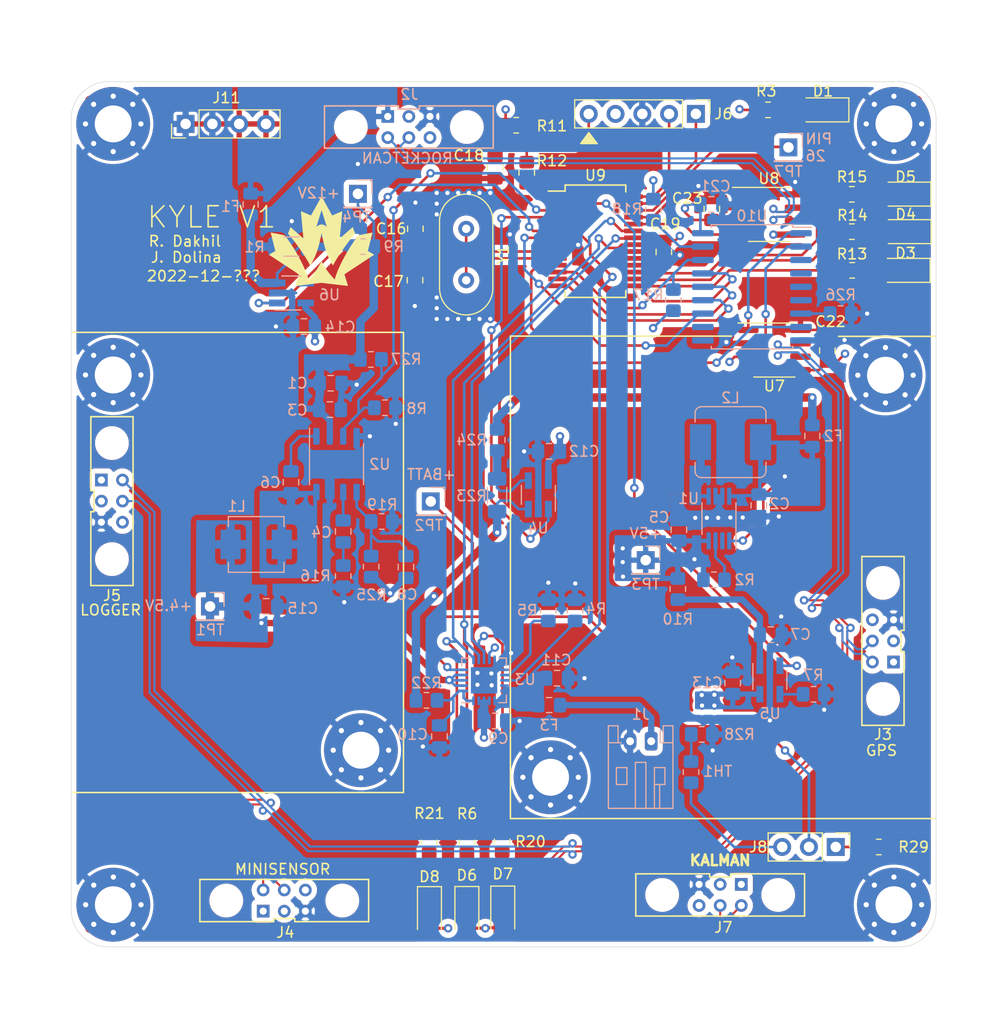
<source format=kicad_pcb>
(kicad_pcb (version 20211014) (generator pcbnew)
  (layers (0 "F.Cu" signal) (1 "In1.Cu" signal "PWR") (2 "In2.Cu" signal "GND") (31 "B.Cu" signal) (34 "B.Paste" user) (35 "F.Paste" user) (36 "B.SilkS" user "B.Silkscreen") (37 "F.SilkS" user "F.Silkscreen") (38 "B.Mask" user) (39 "F.Mask" user) (44 "Edge.Cuts" user))
  (net 0 "")
  (net 1 "Net-(C1-Pad1)")
  (net 2 "GND")
  (net 3 "Net-(C2-Pad1)")
  (net 4 "Net-(C4-Pad1)")
  (net 5 "Net-(C4-Pad2)")
  (net 6 "+5V")
  (net 7 "Net-(C6-Pad1)")
  (net 8 "Net-(C6-Pad2)")
  (net 9 "Net-(C7-Pad1)")
  (net 10 "+4.5V")
  (net 11 "Net-(C8-Pad2)")
  (net 12 "Net-(C10-Pad1)")
  (net 13 "/Battery Charging/VBATT_VOLT_SENSE")
  (net 14 "/Power Supplies & Regulators/5V_SWITCHED")
  (net 15 "Net-(C16-Pad1)")
  (net 16 "Net-(C17-Pad1)")
  (net 17 "/MCU and CAN Controllers/~{MCLR}")
  (net 18 "Net-(D1-Pad2)")
  (net 19 "Net-(D3-Pad2)")
  (net 20 "Net-(D4-Pad2)")
  (net 21 "Net-(D5-Pad2)")
  (net 22 "Net-(D6-Pad1)")
  (net 23 "Net-(D7-Pad1)")
  (net 24 "Net-(D8-Pad1)")
  (net 25 "+12V")
  (net 26 "Net-(F1-Pad2)")
  (net 27 "+BATT")
  (net 28 "Net-(F3-Pad1)")
  (net 29 "/MCU and CAN Controllers/ICSPCLK")
  (net 30 "/MCU and CAN Controllers/ICSPDAT")
  (net 31 "Net-(L2-Pad2)")
  (net 32 "Net-(R1-Pad1)")
  (net 33 "Net-(R2-Pad2)")
  (net 34 "Net-(R4-Pad1)")
  (net 35 "Net-(R5-Pad1)")
  (net 36 "/Battery Charging/BATT_CHARGE_COMPLETE")
  (net 37 "Net-(R7-Pad1)")
  (net 38 "/MCU and CAN Controllers/12V_PWR_DIS")
  (net 39 "Net-(R12-Pad2)")
  (net 40 "Net-(R13-Pad1)")
  (net 41 "Net-(R14-Pad1)")
  (net 42 "Net-(R15-Pad1)")
  (net 43 "/MCU and CAN Controllers/CS")
  (net 44 "Net-(R18-Pad2)")
  (net 45 "/Battery Charging/LOW_BAT")
  (net 46 "/Battery Charging/BATT_CHARGER_PG")
  (net 47 "Net-(R22-Pad2)")
  (net 48 "Net-(R23-Pad1)")
  (net 49 "Net-(R26-Pad1)")
  (net 50 "Net-(J8-Pad1)")
  (net 51 "Net-(TP7-Pad1)")
  (net 53 "/Battery Charging/VBATT_CURR_SENSE")
  (net 54 "/MCU and CAN Controllers/AUX_PWR_EN")
  (net 55 "/MCU and CAN Controllers/AUX_CURR_SENSE")
  (net 56 "/MCU and CAN Controllers/TXCAN_MCP")
  (net 57 "/MCU and CAN Controllers/RXCAN_MCP")
  (net 58 "/MCU and CAN Controllers/TXCAN_PIC")
  (net 59 "/MCU and CAN Controllers/RXCAN_PIC")
  (net 60 "/MCU and CAN Controllers/CAN_INT")
  (net 61 "/MCU and CAN Controllers/CLK_OUT")
  (net 62 "/MCU and CAN Controllers/MOSI")
  (net 63 "/MCU and CAN Controllers/SCK")
  (net 64 "/MCU and CAN Controllers/MISO")
  (net 78 "/CANH_PAYLOAD")
  (net 79 "/CANL_PAYLOAD")
  (net 80 "/MCU and CAN Controllers/CANH_ROCKET")
  (net 81 "/MCU and CAN Controllers/CANL_ROCKET")
  (net 82 "Net-(U3-Pad5)")
  (net 83 "Net-(TH1-Pad1)")
  (net 84 "Net-(R28-Pad1)")
  (footprint "Resistor_SMD:R_0805_2012Metric_Pad1.20x1.40mm_HandSolder" (layer "F.Cu") (at 189.865 132.7658)
    (fp_text reference "R29")
    (fp_text value "15kR")
  )
  (footprint "Capacitor_SMD:C_0805_2012Metric_Pad1.18x1.45mm_HandSolder" (layer "F.Cu") (at 153.489 68.3718 -90)
    (fp_text reference "C18")
    (fp_text value "0.1uF 20V")
  )
  (footprint "PapaOld:connector_Harwin_M80-5000642" (layer "F.Cu") (at 133.5024 137.8458)
    (fp_text reference "J4")
    (fp_text value "HARWIN_MINISENSOR")
  )
  (footprint "Connector_PinHeader_2.54mm:PinHeader_1x04_P2.54mm_Vertical" (layer "F.Cu") (at 124.149 64.2468 90)
    (fp_text reference "J11")
    (fp_text value "Dupont 01x04_Male")
  )
  (footprint "Package_SO:SOIC-8_3.9x4.9mm_P1.27mm" (layer "F.Cu") (at 179.9665 85.6728)
    (fp_text reference "U7")
    (fp_text value "MCP2562-E/SN")
  )
  (footprint "Capacitor_SMD:C_0805_2012Metric_Pad1.18x1.45mm_HandSolder" (layer "F.Cu") (at 169.489 76.3718 -90)
    (fp_text reference "C19")
    (fp_text value "0.1uF 20V")
  )
  (footprint "MountingHole:MountingHole_3.5mm_Pad_Via" (layer "F.Cu") (at 117.284 88.0364)
    (fp_text reference "H2")
    (fp_text value "MountingHole_Pad")
  )
  (footprint "MountingHole:MountingHole_3.5mm_Pad_Via" (layer "F.Cu") (at 117.284 64.243343)
    (fp_text reference "H8")
    (fp_text value "MountingHole_Pad")
  )
  (footprint "LED_SMD:LED_1206_3216Metric_Pad1.42x1.75mm_HandSolder" (layer "F.Cu") (at 147.264 138.9843 -90)
    (fp_text reference "D8")
    (fp_text value "150120BS75000")
  )
  (footprint "Resistor_SMD:R_0805_2012Metric_Pad1.20x1.40mm_HandSolder" (layer "F.Cu") (at 150.814 132.3468 90)
    (fp_text reference "R6")
    (fp_text value "470R")
  )
  (footprint "MountingHole:MountingHole_3.5mm_Pad_Via" (layer "F.Cu") (at 191.298933 64.243343)
    (fp_text reference "H6")
    (fp_text value "MountingHole_Pad")
  )
  (footprint "Resistor_SMD:R_0805_2012Metric_Pad1.20x1.40mm_HandSolder" (layer "F.Cu") (at 187.341 78.1218)
    (fp_text reference "R13")
    (fp_text value "100R")
  )
  (footprint "Package_SO:SSOP-28_5.3x10.2mm_P0.65mm" (layer "F.Cu") (at 163.006 75.3618)
    (fp_text reference "U9")
    (fp_text value "PIC18F26K83")
  )
  (footprint "LED_SMD:LED_1206_3216Metric_Pad1.42x1.75mm_HandSolder" (layer "F.Cu") (at 192.2765 78.1218 180)
    (fp_text reference "D3")
    (fp_text value "QBLP650-IW")
  )
  (footprint "LED_SMD:LED_1206_3216Metric_Pad1.42x1.75mm_HandSolder" (layer "F.Cu") (at 192.3515 70.8968 180)
    (fp_text reference "D5")
    (fp_text value "150120BS75000")
  )
  (footprint "LED_SMD:LED_1206_3216Metric_Pad1.42x1.75mm_HandSolder" (layer "F.Cu") (at 154.2148 138.9319 -90)
    (fp_text reference "D7")
    (fp_text value "156120RS75000")
  )
  (footprint "Capacitor_SMD:C_0805_2012Metric_Pad1.18x1.45mm_HandSolder" (layer "F.Cu") (at 174.039 72.3093 90)
    (fp_text reference "C23")
    (fp_text value "10uF")
  )
  (footprint "Resistor_SMD:R_0805_2012Metric_Pad1.20x1.40mm_HandSolder" (layer "F.Cu") (at 155.489 64.3718)
    (fp_text reference "R11")
    (fp_text value "10kR")
  )
  (footprint "MountingHole:MountingHole_3.5mm_Pad_Via" (layer "F.Cu") (at 191.298933 138.24)
    (fp_text reference "H7")
    (fp_text value "MountingHole_Pad")
  )
  (footprint "Resistor_SMD:R_0805_2012Metric_Pad1.20x1.40mm_HandSolder" (layer "F.Cu") (at 187.309 70.9168)
    (fp_text reference "R15")
    (fp_text value "100R")
  )
  (footprint "LED_SMD:LED_1206_3216Metric_Pad1.42x1.75mm_HandSolder" (layer "F.Cu") (at 184.5675 62.9158 180)
    (fp_text reference "D1")
    (fp_text value "150120BS75000")
  )
  (footprint "Resistor_SMD:R_0805_2012Metric_Pad1.20x1.40mm_HandSolder" (layer "F.Cu") (at 187.309 74.4528)
    (fp_text reference "R14")
    (fp_text value "150R")
  )
  (footprint "Resistor_SMD:R_0805_2012Metric_Pad1.20x1.40mm_HandSolder" (layer "F.Cu") (at 147.239 132.3468 90)
    (fp_text reference "R21")
    (fp_text value "470R")
  )
  (footprint "Connector_PinHeader_2.54mm:PinHeader_1x05_P2.54mm_Vertical" (layer "F.Cu") (at 172.526 63.2968 -90)
    (fp_text reference "J6")
    (fp_text value "PROG Header")
  )
  (footprint "MountingHole:MountingHole_3.5mm_Pad_Via" (layer "F.Cu") (at 158.75 126.1618)
    (fp_text reference "H5")
    (fp_text value "MountingHole_Pad")
  )
  (footprint "Connector_PinHeader_2.54mm:PinHeader_1x03_P2.54mm_Vertical" (layer "F.Cu") (at 185.786 132.7658 -90)
    (fp_text reference "J8")
    (fp_text value "Therm EN Jumper")
  )
  (footprint "Crystal:Crystal_HC49-4H_Vertical" (layer "F.Cu") (at 150.749 74.1818 -90)
    (fp_text reference "Y1")
    (fp_text value "12MHz")
  )
  (footprint "Capacitor_SMD:C_0805_2012Metric_Pad1.18x1.45mm_HandSolder" (layer "F.Cu") (at 184.989 85.7343 90)
    (fp_text reference "C22")
    (fp_text value "10uF")
  )
  (footprint "PapaOld:connector_Harwin_M80-5000642" (layer "F.Cu") (at 117.165559 99.991413 -90)
    (fp_text reference "J5")
    (fp_text value "Dupont_Logger")
  )
  (footprint "MountingHole:MountingHole_3.5mm_Pad_Via" (layer "F.Cu") (at 117.297332 138.24)
    (fp_text reference "H3")
    (fp_text value "MountingHole_Pad")
  )
  (footprint "Capacitor_SMD:C_0805_2012Metric_Pad1.18x1.45mm_HandSolder" (layer "F.Cu") (at 145.929073 74.1818 90)
    (fp_text reference "C16")
    (fp_text value "27pF")
  )
  (footprint "PapaOld:connector_Harwin_M80-5000642" (layer "F.Cu") (at 190.262 113.2398 90)
    (fp_text reference "J3")
    (fp_text value "Dupont_GPS")
  )
  (footprint "Package_SO:SOIC-8_3.9x4.9mm_P1.27mm" (layer "F.Cu") (at 179.451 72.8218)
    (fp_text reference "U8")
    (fp_text value "MCP2562-E/SN")
  )
  (footprint "MountingHole:MountingHole_3.5mm_Pad_Via" (layer "F.Cu") (at 190.5 88.0618)
    (fp_text reference "H4")
    (fp_text value "MountingHole_Pad")
  )
  (footprint "LED_SMD:LED_1206_3216Metric_Pad1.42x1.75mm_HandSolder" (layer "F.Cu") (at 192.3685 74.4528 180)
    (fp_text reference "D4")
    (fp_text value "156120RS75000")
  )
  (footprint "Resistor_SMD:R_0805_2012Metric_Pad1.20x1.40mm_HandSolder" (layer "F.Cu") (at 156.489 68.8718 -90)
    (fp_text reference "R12")
    (fp_text value "100R")
  )
  (footprint "Resistor_SMD:R_0805_2012Metric_Pad1.20x1.40mm_HandSolder" (layer "F.Cu") (at 179.3664 62.9158 180)
    (fp_text reference "R3")
    (fp_text value "100R")
  )
  (footprint "MountingHole:MountingHole_3.5mm_Pad_Via" (layer "F.Cu") (at 140.770546 123.5964)
    (fp_text reference "H1")
    (fp_text value "MountingHole_Pad")
  )
  (footprint "LED_SMD:LED_1206_3216Metric_Pad1.42x1.75mm_HandSolder" (layer "F.Cu") (at 150.814 138.9745 -90)
    (fp_text reference "D6")
    (fp_text value "QBLP650-IW")
  )
  (footprint "PapaOld:connector_Harwin_M80-5000642" (layer "F.Cu") (at 174.8282 137.3124 180)
    (fp_text reference "J7")
    (fp_text value "HARWIN_KALMAN")
  )
  (footprint "GrandPapa:Logo_SilkScreen_10mm" (layer "F.Cu") (at 137.033 75.3618)
    (fp_text reference "G***" hide)
    (fp_text value "LOGO" hide)
  )
  (footprint "Capacitor_SMD:C_0805_2012Metric_Pad1.18x1.45mm_HandSolder" (layer "F.Cu") (at 145.895995 79.060029 -90)
    (fp_text reference "C17")
    (fp_text value "27pF")
  )
  (footprint "Resistor_SMD:R_0805_2012Metric_Pad1.20x1.40mm_HandSolder" (layer "F.Cu") (at 154.164 132.2468 -90)
    (fp_text reference "R20")
    (fp_text value "470R")
  )
  (footprint "Capacitor_SMD:C_0805_2012Metric_Pad1.18x1.45mm_HandSolder" (layer "B.Cu") (at 178.489 100.3968 -90)
    (fp_text reference "C2")
    (fp_text value "10uF")
  )
  (footprint "Resistor_SMD:R_0805_2012Metric_Pad1.20x1.40mm_HandSolder" (layer "B.Cu") (at 139.089 107.0968 90)
    (fp_text reference "R16")
    (fp_text value "11kR")
  )
  (footprint "Package_DFN_QFN:QFN-20-1EP_4x4mm_P0.5mm_EP2.5x2.5mm" (layer "B.Cu") (at 152.444 116.9768)
    (fp_text reference "U3")
    (fp_text value "MCP73871T-1CCI/ML")
  )
  (footprint "Capacitor_SMD:C_0805_2012Metric_Pad1.18x1.45mm_HandSolder" (layer "B.Cu") (at 145.039 106.2343 90)
    (fp_text reference "C8")
    (fp_text value "25pF")
  )
  (footprint "Resistor_SMD:R_0805_2012Metric_Pad1.20x1.40mm_HandSolder" (layer "B.Cu") (at 168.489 72.3718 -90)
    (fp_text reference "R18")
    (fp_text value "10kR")
  )
  (footprint "Package_SO:MSOP-8_3x3mm_P0.65mm" (layer "B.Cu") (at 174.7104 101.6426 90)
    (fp_text reference "U1")
    (fp_text value "MCP1642B-50I/MS")
  )
  (footprint "Resistor_SMD:R_1206_3216Metric_Pad1.30x1.75mm_HandSolder" (layer "B.Cu") (at 134.1806 75.8718 180)
    (fp_text reference "R1")
    (fp_text value "20mR")
  )
  (footprint "Connector_PinHeader_2.54mm:PinHeader_1x01_P2.54mm_Vertical" (layer "B.Cu") (at 126.464 109.9718 180)
    (fp_text reference "TP1")
    (fp_text value "TestPoint")
  )
  (footprint "Resistor_SMD:R_0805_2012Metric_Pad1.20x1.40mm_HandSolder" (layer "B.Cu") (at 143.0435 91.144)
    (fp_text reference "R8")
    (fp_text value "10kR")
  )
  (footprint "Connector_PinHeader_2.54mm:PinHeader_1x01_P2.54mm_Vertical" (layer "B.Cu") (at 147.389 100.0218 180)
    (fp_text reference "TP2")
    (fp_text value "TestPoint")
  )
  (footprint "Capacitor_SMD:C_0805_2012Metric_Pad1.18x1.45mm_HandSolder" (layer "B.Cu") (at 158.6015 95.2718)
    (fp_text reference "C12")
    (fp_text value "0.1uF")
  )
  (footprint "Capacitor_SMD:C_0805_2012Metric_Pad1.18x1.45mm_HandSolder" (layer "B.Cu") (at 159.364 116.7718)
    (fp_text reference "C11")
    (fp_text value "4.7uF")
  )
  (footprint "Package_SO:HTSOP-8-1EP_3.9x4.9mm_P1.27mm_EP2.4x3.2mm" (layer "B.Cu") (at 138.4567 96.4968 -90)
    (fp_text reference "U2")
    (fp_text value "BD9E302EFJ")
  )
  (footprint "Capacitor_SMD:C_0805_2012Metric_Pad1.18x1.45mm_HandSolder" (layer "B.Cu") (at 134.139 98.1993 90)
    (fp_text reference "C6")
    (fp_text value "0.1uF")
  )
  (footprint "Resistor_SMD:R_0805_2012Metric_Pad1.20x1.40mm_HandSolder" (layer "B.Cu") (at 153.689 94.1968 90)
    (fp_text reference "R24")
    (fp_text value "0")
  )
  (footprint "Capacitor_SMD:C_0805_2012Metric_Pad1.18x1.45mm_HandSolder" (layer "B.Cu") (at 139.089 102.8593 -90)
    (fp_text reference "C4")
    (fp_text value "5nF")
  )
  (footprint "Fuse:Fuse_0805_2012Metric_Pad1.15x1.40mm_HandSolder" (layer "B.Cu") (at 130.314 71.8718 -90)
    (fp_text reference "F1")
    (fp_text value "1.5A")
  )
  (footprint "Fuse:Fuse_0805_2012Metric_Pad1.15x1.40mm_HandSolder" (layer "B.Cu") (at 183.564 93.8218 -90)
    (fp_text reference "F2")
    (fp_text value "1.2A")
  )
  (footprint "Capacitor_SMD:C_0805_2012Metric_Pad1.18x1.45mm_HandSolder" (layer "B.Cu") (at 137.906 88.819)
    (fp_text reference "C1")
    (fp_text value "10uF")
  )
  (footprint "Resistor_SMD:R_0805_2012Metric_Pad1.20x1.40mm_HandSolder" (layer "B.Cu") (at 170.814 108.3218 -90)
    (fp_text reference "R10")
    (fp_text value "0")
  )
  (footprint "Resistor_SMD:R_0805_2012Metric_Pad1.20x1.40mm_HandSolder" (layer "B.Cu") (at 158.53 110.3468 90)
    (fp_text reference "R5")
    (fp_text value "25kR")
  )
  (footprint "Resistor_SMD:R_0805_2012Metric_Pad1.20x1.40mm_HandSolder" (layer "B.Cu") (at 173.085 122.0978)
    (fp_text reference "R28")
    (fp_text value "2.5kR")
  )
  (footprint "Inductor_SMD:L_Sumida_CDMC6D28_7.25x6.5mm" (layer "B.Cu") (at 175.809 94.4018 180)
    (fp_text reference "L2")
    (fp_text value "4.7uH")
  )
  (footprint "Inductor_SMD:L_Vishay_IHLP-2020" (layer "B.Cu") (at 130.839 104.0968 180)
    (fp_text reference "L1")
    (fp_text value "5.6uH")
  )
  (footprint "Package_TO_SOT_SMD:SOT-23-5_HandSoldering" (layer "B.Cu") (at 179.537762 116.935992 -90)
    (fp_text reference "U5")
    (fp_text value "FPF2124")
  )
  (footprint "Capacitor_SMD:C_0805_2012Metric_Pad1.18x1.45mm_HandSolder" (layer "B.Cu") (at 135.3715 83.4418)
    (fp_text reference "C14")
    (fp_text value "0.1uF")
  )
  (footprint "Capacitor_SMD:C_0805_2012Metric_Pad1.18x1.45mm_HandSolder" (layer "B.Cu") (at 137.831 91.319)
    (fp_text reference "C3")
    (fp_text value "0.1uF")
  )
  (footprint "Resistor_SMD:R_0805_2012Metric_Pad1.20x1.40mm_HandSolder" (layer "B.Cu") (at 140.989 75.8718)
    (fp_text reference "R9")
    (fp_text value "0")
  )
  (footprint "Capacitor_SMD:C_0805_2012Metric_Pad1.18x1.45mm_HandSolder" (layer "B.Cu") (at 153.5015 120.8218)
    (fp_text reference "C9")
    (fp_text value "4.7uF")
  )
  (footprint "Resistor_SMD:R_0805_2012Metric_Pad1.20x1.40mm_HandSolder" (layer "B.Cu") (at 141.739 106.1968 -90)
    (fp_text reference "R25")
    (fp_text value "324kR")
  )
  (footprint "Resistor_SMD:R_0805_2012Metric_Pad1.20x1.40mm_HandSolder" (layer "B.Cu") (at 141.7173 86.5654)
    (fp_text reference "R27")
    (fp_text value "15kR")
  )
  (footprint "Resistor_SMD:R_0805_2012Metric_Pad1.20x1.40mm_HandSolder" (layer "B.Cu") (at 183.689 118.2968)
    (fp_text reference "R7")
    (fp_text value "500R")
  )
  (footprint "Package_TO_SOT_SMD:SOT-23-5_HandSoldering" (layer "B.Cu") (at 157.589 99.3968 90)
    (fp_text reference "U4")
    (fp_text value "INA180")
  )
  (footprint "Connector_PinHeader_2.54mm:PinHeader_1x01_P2.54mm_Vertical" (layer "B.Cu") (at 181.296762 66.4718 180)
    (fp_text reference "TP7")
    (fp_text value "TestPoint")
  )
  (footprint "Package_SO:SOIC-18W_7.5x11.6mm_P1.27mm" (layer "B.Cu") (at 177.839 79.6818 180)
    (fp_text reference "U10")
    (fp_text value "MCP2515-I/P")
  )
  (footprint "Resistor_SMD:R_0805_2012Metric_Pad1.20x1.40mm_HandSolder" (layer "B.Cu") (at 186.254 82.2218)
    (fp_text reference "R26")
    (fp_text value "10kR")
  )
  (footprint "Resistor_SMD:R_0805_2012Metric_Pad1.20x1.40mm_HandSolder" (layer "B.Cu") (at 170.389 80.9468 90)
    (fp_text reference "R17")
    (fp_text value "10kR")
  )
  (footprint "Connector_JST:JST_PH_S2B-PH-K_1x02_P2.00mm_Horizontal" (layer "B.Cu") (at 168.289 122.7468 180)
    (fp_text reference "J1")
    (fp_text value "3.7V LiPo Single Cell")
  )
  (footprint "Package_TO_SOT_SMD:SOT-23-5_HandSoldering" (layer "B.Cu") (at 134.1806 80.266)
    (fp_text reference "U6")
    (fp_text value "INA180")
  )
  (footprint "Capacitor_SMD:C_0805_2012Metric_Pad1.18x1.45mm_HandSolder" (layer "B.Cu") (at 170.914 102.7093 90)
    (fp_text reference "C5")
    (fp_text value "10uF")
  )
  (footprint "Connector_PinHeader_2.54mm:PinHeader_1x01_P2.54mm_Vertical" (layer "B.Cu") (at 167.767 105.5878 180)
    (fp_text reference "TP3")
    (fp_text value "TestPoint")
  )
  (footprint "Connector_PinHeader_2.54mm:PinHeader_1x01_P2.54mm_Vertical" (layer "B.Cu") (at 140.489 70.8718 180)
    (fp_text reference "TP4")
    (fp_text value "TestPoint")
  )
  (footprint "Fuse:Fuse_0805_2012Metric_Pad1.15x1.40mm_HandSolder" (layer "B.Cu") (at 158.614 119.3218 180)
    (fp_text reference "F3")
    (fp_text value "1.5A")
  )
  (footprint "Capacitor_SMD:C_0805_2012Metric_Pad1.18x1.45mm_HandSolder" (layer "B.Cu") (at 148.214 122.2843 -90)
    (fp_text reference "C10")
    (fp_text value "4.7uF")
  )
  (footprint "Resistor_SMD:R_0805_2012Metric_Pad1.20x1.40mm_HandSolder" (layer "B.Cu") (at 142.739 101.9218)
    (fp_text reference "R19")
    (fp_text value "70kR")
  )
  (footprint "Resistor_SMD:R_0805_2012Metric_Pad1.20x1.40mm_HandSolder" (layer "B.Cu") (at 161.07 110.3468 90)
    (fp_text reference "R4")
    (fp_text value "2kR")
  )
  (footprint "Capacitor_SMD:C_0805_2012Metric_Pad1.18x1.45mm_HandSolder" (layer "B.Cu") (at 179.6265 112.6468)
    (fp_text reference "C7")
    (fp_text value "4.7uF")
  )
  (footprint "Resistor_SMD:R_1206_3216Metric_Pad1.30x1.75mm_HandSolder" (layer "B.Cu") (at 153.6806 99.4266 -90)
    (fp_text reference "R23")
    (fp_text value "20mR")
  )
  (footprint "Resistor_SMD:R_0805_2012Metric_Pad1.20x1.40mm_HandSolder" (layer "B.Cu") (at 146.989 118.8718 180)
    (fp_text reference "R22")
    (fp_text value "0")
  )
  (footprint "Resistor_SMD:R_0805_2012Metric_Pad1.20x1.40mm_HandSolder" (layer "B.Cu") (at 174.239 107.4468)
    (fp_text reference "R2")
    (fp_text value "1MR")
  )
  (footprint "Capacitor_SMD:C_0805_2012Metric_Pad1.18x1.45mm_HandSolder" (layer "B.Cu") (at 173.989 71.8718)
    (fp_text reference "C21")
    (fp_text value "0.1uF")
  )
  (footprint "Capacitor_SMD:C_0805_2012Metric_Pad1.18x1.45mm_HandSolder" (layer "B.Cu") (at 176.014 117.2343 90)
    (fp_text reference "C13")
    (fp_text value "0.1uF")
  )
  (footprint "Capacitor_SMD:C_0805_2012Metric_Pad1.18x1.45mm_HandSolder" (layer "B.Cu") (at 131.7935 109.969)
    (fp_text reference "C15")
    (fp_text value "44 uF")
  )
  (footprint "PapaOld:connector_Harwin_M80-5000642" (layer "B.Cu") (at 145.3134 64.5414)
    (fp_text reference "J2")
    (fp_text value "HARWIN_ROCKET")
  )
  (footprint "Resistor_SMD:R_0805_2012Metric_Pad1.20x1.40mm_HandSolder" (layer "B.Cu") (at 172.064 125.6718 90)
    (fp_text reference "TH1")
    (fp_text value "10k")
  )
  (gr_line (start 154.94 84.3534) (end 175.895 84.3534) (layer "F.SilkS") (width 0.15))
  (gr_line (start 186.055 84.3788) (end 195.199 84.3788) (layer "F.SilkS") (width 0.15))
  (gr_line (start 144.8054 127.6096) (end 144.8054 83.9978) (layer "F.SilkS") (width 0.15))
  (gr_line (start 113.411 127.6096) (end 144.8054 127.6096) (layer "F.SilkS") (width 0.15))
  (gr_poly (pts (xy 163.142742 66.09733) (xy 161.618742 66.09733) (xy 162.380742 65.08133)) (layer "F.SilkS") (width 0.15) (fill solid))
  (gr_line (start 154.94 130.0734) (end 154.94 84.3534) (layer "F.SilkS") (width 0.15))
  (gr_line (start 195.199 130.0734) (end 154.94 130.0734) (layer "F.SilkS") (width 0.15))
  (gr_line (start 144.8054 83.9978) (end 113.411 83.9978) (layer "F.SilkS") (width 0.15))
  (gr_arc (start 191.742933 60.243343) (mid 194.257053 61.281108) (end 195.298933 63.793526) (layer "Edge.Cuts") (width 0.05))
  (gr_line (start 161.798 142.24) (end 191.746226 142.24) (layer "Edge.Cuts") (width 0.05))
  (gr_line (start 116.853332 60.243343) (end 191.742933 60.243343) (layer "Edge.Cuts") (width 0.05))
  (gr_line (start 195.298933 63.793526) (end 195.298933 138.689621) (layer "Edge.Cuts") (width 0.05))
  (gr_line (start 113.297332 138.684) (end 113.297332 63.799343) (layer "Edge.Cuts") (width 0.05))
  (gr_arc (start 113.297332 63.799343) (mid 114.338847 61.284858) (end 116.853332 60.243343) (layer "Edge.Cuts") (width 0.05))
  (gr_line (start 161.798 142.24) (end 116.84 142.24) (layer "Edge.Cuts") (width 0.05))
  (gr_arc (start 195.298933 138.689621) (mid 194.282962 141.225691) (end 191.746226 142.24) (layer "Edge.Cuts") (width 0.05))
  (gr_arc (start 116.84 142.24) (mid 114.330237 141.19766) (end 113.297332 138.684) (layer "Edge.Cuts") (width 0.05))
  (gr_text "PIN\n26" (at 182.820762 66.4718) (layer "B.SilkS") (effects (font (size 1 1)) (justify right mirror)))
  (gr_text "+12V" (at 136.779 70.7898) (layer "B.SilkS") (effects (font (size 1 1)) (justify mirror)))
  (gr_text "+5V" (at 167.767 103.0478) (layer "B.SilkS") (effects (font (size 1 1)) (justify mirror)))
  (gr_text "+4.5V" (at 122.555 109.9058) (layer "B.SilkS") (effects (font (size 1 1)) (justify mirror)))
  (gr_text "ROCKETCAN" (at 145.161 67.4878) (layer "B.SilkS") (effects (font (size 1 1)) (justify mirror)))
  (gr_text "+BATT" (at 147.447 97.4598) (layer "B.SilkS") (effects (font (size 1 1)) (justify mirror)))
  (gr_text "KALMAN" (at 174.8282 134.0358) (layer "F.SilkS") (effects (font (size 1 1) (thickness 0.25))))
  (gr_text "LOGGER" (at 117.0432 110.3122) (layer "F.SilkS") (effects (font (size 1 1))))
  (gr_text "MINISENSOR" (at 133.35 134.874) (layer "F.SilkS") (effects (font (size 1 1))))
  (gr_text "J. Dolina" (at 124.214511 76.8858) (layer "F.SilkS") (effects (font (size 1 1))))
  (gr_text "2022-12-???" (at 125.857 78.6638) (layer "F.SilkS") (effects (font (size 1 1))))
  (gr_text "GPS" (at 190.119 123.6218) (layer "F.SilkS") (effects (font (size 1 1))))
  (gr_text "KYLE V1" (at 126.619 73.0758) (layer "F.SilkS") (effects (font (size 2 2))))
  (gr_text "R. Dakhil" (at 124.079 75.3618) (layer "F.SilkS") (effects (font (size 1 1))))
  (segment (start 141.989 73.5218) (end 141.989 75.8718) (width 0.25) (layer "B.Cu") (net 1))
  (segment (start 140.9128 82.748) (end 141.0515 82.6093) (width 0.8) (layer "B.Cu") (net 1))
  (segment (start 140.489 72.0218) (end 141.989 73.5218) (width 0.25) (layer "B.Cu") (net 1))
  (segment (start 140.489 70.8718) (end 140.489 72.0218) (width 0.25) (layer "B.Cu") (net 1))
  (segment (start 137.8217 92.3472) (end 137.8217 93.8468) (width 0.6) (layer "B.Cu") (net 1))
  (segment (start 140.7173 86.5654) (end 140.7173 82.9435) (width 0.8) (layer "B.Cu") (net 1))
  (segment (start 136.7935 91.319) (end 137.8217 92.3472) (width 0.6) (layer "B.Cu") (net 1))
  (segment (start 141.989 81.6718) (end 141.0515 82.6093) (width 0.8) (layer "B.Cu") (net 1))
  (segment (start 141.989 75.8718) (end 141.989 81.6718) (width 0.8) (layer "B.Cu") (net 1))
  (segment (start 140.7173 82.9435) (end 140.9128 82.748) (width 0.25) (layer "B.Cu") (net 1))
  (segment (start 174.039 71.2718) (end 175.067648 71.2718) (width 0.25) (layer "F.Cu") (net 2))
  (segment (start 186.589 84.6968) (end 186.614 84.7218) (width 0.25) (layer "F.Cu") (net 2))
  (segment (start 166.606 76.9868) (end 168.014717 76.9868) (width 0.25) (layer "F.Cu") (net 2))
  (segment (start 175.067648 71.2718) (end 175.982648 72.1868) (width 0.25) (layer "F.Cu") (net 2))
  (segment (start 174.039 71.2718) (end 173.914 71.2718) (width 0.25) (layer "F.Cu") (net 2))
  (segment (start 173.914 71.2718) (end 172.764 70.1218) (width 0.25) (layer "F.Cu") (net 2))
  (segment (start 161.345454 75.6868) (end 161.359175 75.700521) (width 0.25) (layer "F.Cu") (net 2))
  (segment (start 159.406 75.6868) (end 161.345454 75.6868) (width 0.25) (layer "F.Cu") (net 2))
  (segment (start 175.982648 72.1868) (end 176.976 72.1868) (width 0.25) (layer "F.Cu") (net 2))
  (segment (start 168.437217 77.4093) (end 169.489 77.4093) (width 0.25) (layer "F.Cu") (net 2))
  (segment (start 184.06 83.7678) (end 182.4415 83.7678) (width 0.25) (layer "F.Cu") (net 2))
  (segment (start 168.014717 76.9868) (end 168.437217 77.4093) (width 0.25) (layer "F.Cu") (net 2))
  (segment (start 193.839 78.339) (end 193.9152 78.4152) (width 0.25) (layer "F.Cu") (net 2))
  (segment (start 184.989 84.6968) (end 186.589 84.6968) (width 0.25) (layer "F.Cu") (net 2))
  (segment (start 184.989 84.6968) (end 184.06 83.7678) (width 0.25) (layer "F.Cu") (net 2))
  (via (at 149.987 70.7898) (size 0.8) (drill 0.4) (layers "F.Cu" "B.Cu") (net 2))
  (via (at 175.979 114.8018) (size 0.8) (drill 0.4) (layers "F.Cu" "B.Cu") (net 2))
  (via (at 153.035 70.7898) (size 0.8) (drill 0.4) (layers "F.Cu" "B.Cu") (net 2))
  (via (at 161.964 116.7718) (size 0.8) (drill 0.4) (layers "F.Cu" "B.Cu") (net 2))
  (via (at 186.614 84.7218) (size 0.8) (drill 0.4) (layers "F.Cu" "B.Cu") (net 2))
  (via (at 180.389 101.4468) (size 0.8) (drill 0.4) (layers "F.Cu" "B.Cu") (net 2))
  (via (at 179.539 120.7718) (size 0.8) (drill 0.4) (layers "F.Cu" "B.Cu") (net 2))
  (via (at 148.971 70.7898) (size 0.8) (drill 0.4) (layers "F.Cu" "B.Cu") (net 2))
  (via (at 153.164 117.4468) (size 0.8) (drill 0.4) (layers "F.Cu" "B.Cu") (net 2))
  (via (at 173.564 101.5718) (size 0.8) (drill 0.4) (layers "F.Cu" "B.Cu") (net 2))
  (via (at 146.639 123.2468) (size 0.8) (drill 0.4) (layers "F.Cu" "B.Cu") (net 2))
  (via (at 172.464 101.5718) (size 0.8) (drill 0.4) (layers "F.Cu" "B.Cu") (net 2))
  (via (at 139.189 109.5718) (size 0.8) (drill 0.4) (layers "F.Cu" "B.Cu") (net 2))
  (via (at 151.003 82.7278) (size 0.8) (drill 0.4) (layers "F.Cu" "B.Cu") (net 2))
  (via (at 170.999 76.6718) (size 0.8) (drill 0.4) (layers "F.Cu" "B.Cu") (net 2))
  (via (at 158.539 107.7218) (size 0.8) (drill 0.4) (layers "F.Cu" "B.Cu") (net 2))
  (via (at 174.639 101.5718) (size 0.8) (drill 0.4) (layers "F.Cu" "B.Cu") (net 2))
  (via (at 154.889 74.7118) (size 0.8) (drill 0.4) (layers "F.Cu" "B.Cu") (net 2))
  (via (at 141.6185 93.844) (size 0.8) (drill 0.4) (layers "F.Cu" "B.Cu") (net 2))
  (via (at 145.939 71.7018) (size 0.8) (drill 0.4) (layers "F.Cu" "B.Cu") (net 2))
  (via (at 147.955 70.7898) (size 0.8) (drill 0.4) (layers "F.Cu" "B.Cu") (net 2))
  (via (at 188.764 82.2218) (size 0.8) (drill 0.4) (layers "F.Cu" "B.Cu") (net 2))
  (via (at 152.019 82.7278) (size 0.8) (drill 0.4) (layers "F.Cu" "B.Cu") (net 2))
  (via (at 147.955 80.6958) (size 0.8) (drill 0.4) (layers "F.Cu" "B.Cu") (net 2))
  (via (at 153.035 82.7278) (size 0.8) (drill 0.4) (layers "F.Cu" "B.Cu") (net 2))
  (via (at 152.019 70.7898) (size 0.8) (drill 0.4) (layers "F.Cu" "B.Cu") (net 2))
  (via (at 147.955 82.7278) (size 0.8) (drill 0.4) (layers "F.Cu" "B.Cu") (net 2))
  (via (at 181.939 69.7468) (size 0.8) (drill 0.4) (layers "F.Cu" "B.Cu") (net 2))
  (via (at 184.689 119.7618) (size 0.8) (drill 0.4) (layers "F.Cu" "B.Cu") (net 2))
  (via (at 153.139 116.3218) (size 0.8) (drill 0.4) (layers "F.Cu" "B.Cu") (net 2))
  (via (at 148.971 82.7278) (size 0.8) (drill 0.4) (layers "F.Cu" "B.Cu") (net 2))
  (via (at 172.764 70.1218) (size 0.8) (drill 0.4) (layers "F.Cu" "B.Cu") (net 2))
  (via (at 145.879 81.5018) (size 0.8) (drill 0.4) (layers "F.Cu" "B.Cu") (net 2))
  (via (at 147.955 81.7118) (size 0.8) (drill 0.4) (layers "F.Cu" "B.Cu") (net 2))
  (via (at 140.369 88.9518) (size 0.8) (drill 0.4) (layers "F.Cu" "B.Cu") (net 2))
  (via (at 175.789 101.5468) (size 0.8) (drill 0.4) (layers "F.Cu" "B.Cu") (net 2))
  (via (at 174.117 123.6218) (size 0.8) (drill 0.4) (layers "F.Cu" "B.Cu") (net 2))
  (via (at 132.709 83.4418) (size 0.8) (drill 0.4) (layers "F.Cu" "B.Cu") (net 2))
  (via (at 147.955 71.8058) (size 0.8) (drill 0.4) (layers "F.Cu" "B.Cu") (net 2))
  (via (at 151.814 116.2718) (size 0.8) (drill 0.4) (layers "F.Cu" "B.Cu") (net 2))
  (via (at 161.359175 75.700521) (size 0.8) (drill 0.4) (layers "F.Cu" "B.Cu") (net 2))
  (via (at 161.089 107.7968) (size 0.8) (drill 0.4) (layers "F.Cu" "B.Cu") (net 2))
  (via (at 149.987 82.7278) (size 0.8) (drill 0.4) (layers "F.Cu" "B.Cu") (net 2))
  (via (at 180.614 110.9218) (size 0.8) (drill 0.4) (layers "F.Cu" "B.Cu") (net 2))
  (via (at 151.003 70.7898) (size 0.8) (drill 0.4) (layers "F.Cu" "B.Cu") (net 2))
  (via (at 176.964 101.5468) (size 0.8) (drill 0.4) (layers "F.Cu" "B.Cu") (net 2))
  (via (at 175.414 84.9218) (size 0.8) (drill 0.4) (layers "F.Cu" "B.Cu") (net 2))
  (via (at 155.009 114.3918) (size 0.8) (drill 0.4) (layers "F.Cu" "B.Cu") (net 2))
  (via (at 134.209 73.4618) (size 0.8) (drill 0.4) (layers "F.Cu" "B.Cu") (net 2))
  (via (at 140.479 68.0418) (size 0.8) (drill 0.4) (layers "F.Cu" "B.Cu") (net 2))
  (via (at 151.814 117.3968) (size 0.8) (drill 0.4) (layers "F.Cu" "B.Cu") (net 2))
  (via (at 155.814 120.8218) (size 0.8) (drill 0.4) (layers "F.Cu" "B.Cu") (net 2))
  (via (at 147.955 72.8218) (size 0.8) (drill 0.4) (layers "F.Cu" "B.Cu") (net 2))
  (via (at 156.241539 95.278234) (size 0.8) (drill 0.4) (layers "F.Cu" "B.Cu") (net 2))
  (via (at 144.0685 92.669) (size 0.8) (drill 0.4) (layers "F.Cu" "B.Cu") (net 2))
  (segment (start 179.537762 120.770562) (end 179.539 120.7718) (width 0.6) (layer "B.Cu") (net 2))
  (segment (start 152.444 116.9768) (end 152.5162 116.9768) (width 0.25) (layer "B.Cu") (net 2))
  (segment (start 153.139 116.3218) (end 153.139 116.3118) (width 0.25) (layer "B.Cu") (net 2))
  (segment (start 132.8306 80.266) (end 133.8606 80.266) (width 0.6) (layer "B.Cu") (net 2))
  (segment (start 179.537762 115.585992) (end 179.537762 120.770562) (width 0.6) (layer "B.Cu") (net 2))
  (segment (start 155.009 114.3918) (end 155.009 114.4118) (width 0.25) (layer "B.Cu") (net 2))
  (segment (start 157.564 95.2718) (end 157.589 95.2968) (width 0.25) (layer "B.Cu") (net 2))
  (segment (start 153.444 115.9768) (end 152.444 116.9768) (width 0.25) (layer "B.Cu") (net 2))
  (segment (start 154.3815 115.9768) (end 153.444 115.9768) (width 0.25) (layer "B.Cu") (net 2))
  (segment (start 134.251089 80.656489) (end 134.251089 81.9576) (width 0.6) (layer "B.Cu") (net 2))
  (segment (start 155.009 114.4118) (end 152.444 116.9768) (width 0.8) (layer "B.Cu") (net 2))
  (segment (start 152.5162 116.9768) (end 153.2426 116.2504) (width 0.25) (layer "B.Cu") (net 2))
  (segment (start 134.251089 81.9576) (end 134.334 82.040511) (width 0.6) (layer "B.Cu") (net 2))
  (segment (start 133.8606 80.266) (end 134.251089 80.656489) (width 0.6) (layer "B.Cu") (net 2))
  (segment (start 139.1602 108.5055) (end 139.1982 108.5435) (width 0.25) (layer "B.Cu") (net 2))
  (segment (start 179.537762 115.585992) (end 179.537762 113.773038) (width 0.6) (layer "B.Cu") (net 2))
  (segment (start 153.444 115.0393) (end 153.444 115.9768) (width 0.25) (layer "B.Cu") (net 2))
  (segment (start 157.589 95.2968) (end 157.589 100.7468) (width 0.6) (layer "B.Cu") (net 2))
  (segment (start 179.537762 113.773038) (end 180.664 112.6468) (width 0.6) (layer "B.Cu") (net 2))
  (segment (start 134.334 82.040511) (end 134.334 83.4418) (width 0.6) (layer "B.Cu") (net 2))
  (segment (start 176.979 103.7318) (end 178.919 101.7918) (width 0.25) (layer "F.Cu") (net 3))
  (segment (start 178.919 99.5218) (end 180.789 97.6518) (width 0.25) (layer "F.Cu") (net 3))
  (segment (start 178.919 101.7918) (end 178.919 99.5218) (width 0.25) (layer "F.Cu") (net 3))
  (segment (start 180.789 97.6518) (end 180.959 97.6518) (width 0.25) (layer "F.Cu") (net 3))
  (via (at 176.979 103.7318) (size 0.8) (drill 0.4) (layers "F.Cu" "B.Cu") (net 3))
  (via (at 180.959 97.6518) (size 0.8) (drill 0.4) (layers "F.Cu" "B.Cu") (net 3))
  (segment (start 176.9557 103.7551) (end 176.979 103.7318) (width 0.25) (layer "B.Cu") (net 3))
  (segment (start 175.6854 103.7551) (end 176.9557 103.7551) (width 0.25) (layer "B.Cu") (net 3))
  (segment (start 139.089 99.1495) (end 139.089 101.8218) (width 0.25) (layer "B.Cu") (net 4))
  (segment (start 139.0917 99.1468) (end 139.089 99.1495) (width 0.25) (layer "B.Cu") (net 4))
  (segment (start 139.089 103.8968) (end 139.089 106.0968) (width 0.25) (layer "B.Cu") (net 5))
  (segment (start 182.4415 87.5778) (end 184.183 87.5778) (width 0.25) (layer "F.Cu") (net 6))
  (segment (start 178.3664 62.9158) (end 176.729 62.9158) (width 0.25) (layer "F.Cu") (net 6))
  (segment (start 184.989 86.7718) (end 185.914 86.7718) (width 0.25) (layer "F.Cu") (net 6))
  (segment (start 176.729 62.9158) (end 176.664 62.8508) (width 0.25) (layer "F.Cu") (net 6))
  (segment (start 170.5265 75.3343) (end 171.001299 74.859501) (width 0.25) (layer "F.Cu") (net 6))
  (segment (start 172.214 73.3468) (end 174.039 73.3468) (width 0.25) (layer "F.Cu") (net 6))
  (segment (start 184.183 87.5778) (end 184.989 86.7718) (width 0.25) (layer "F.Cu") (net 6))
  (segment (start 171.489 72.2468) (end 171.489 72.6218) (width 0.25) (layer "F.Cu") (net 6))
  (segment (start 185.914 86.7718) (end 186.664 86.0218) (width 0.25) (layer "F.Cu") (net 6))
  (segment (start 167.524 76.3368) (end 168.5265 75.3343) (width 0.25) (layer "F.Cu") (net 6))
  (segment (start 168.5265 75.3343) (end 169.489 75.3343) (width 0.25) (layer "F.Cu") (net 6))
  (segment (start 154.489 64.3718) (end 154.489 62.8718) (width 0.25) (layer "F.Cu") (net 6))
  (segment (start 175.514 73.4968) (end 176.936 73.4968) (width 0.25) (layer "F.Cu") (net 6))
  (segment (start 174.039 73.3468) (end 175.364 73.3468) (width 0.25) (layer "F.Cu") (net 6))
  (segment (start 181.916415 74.736385) (end 181.926 74.7268) (width 0.25) (layer "F.Cu") (net 6))
  (segment (start 176.203 86.3078) (end 175.714 86.7968) (width 0.25) (layer "F.Cu") (net 6))
  (segment (start 169.489 75.3343) (end 170.5265 75.3343) (width 0.25) (layer "F.Cu") (net 6))
  (segment (start 171.489 72.6218) (end 172.214 73.3468) (width 0.25) (layer "F.Cu") (net 6))
  (segment (start 175.364 73.3468) (end 175.514 73.4968) (width 0.25) (layer "F.Cu") (net 6))
  (segment (start 177.4915 86.3078) (end 176.203 86.3078) (width 0.25) (layer "F.Cu") (net 6))
  (segment (start 166.606 76.3368) (end 167.524 76.3368) (width 0.25) (layer "F.Cu") (net 6))
  (segment (start 179.868802 74.736385) (end 181.916415 74.736385) (width 0.6) (layer "F.Cu") (net 6))
  (via (at 159.639 93.8468) (size 0.8) (drill 0.4) (layers "F.Cu" "B.Cu") (net 6))
  (via (at 175.714 86.7968) (size 0.8) (drill 0.4) (layers "F.Cu" "B.Cu") (net 6))
  (via (at 186.664 86.0218) (size 0.8) (drill 0.4) (layers "F.Cu" "B.Cu") (net 6))
  (via (at 168.464 83.5963) (size 0.8) (drill 0.4) (layers "F.Cu" "B.Cu") (net 6))
  (via (at 165.614 107.1468) (size 0.8) (drill 0.4) (layers "F.Cu" "B.Cu") (net 6))
  (via (at 179.868802 74.736385) (size 0.8) (drill 0.4) (layers "F.Cu" "B.Cu") (net 6))
  (via (at 172.389 105.4968) (size 0.8) (drill 0.4) (layers "F.Cu" "B.Cu") (net 6))
  (via (at 165.589 105.7718) (size 0.8) (drill 0.4) (layers "F.Cu" "B.Cu") (net 6))
  (via (at 165.589 104.4718) (size 0.8) (drill 0.4) (layers "F.Cu" "B.Cu") (net 6))
  (via (at 136.412868 84.845272) (size 0.8) (drill 0.4) (layers "F.Cu" "B.Cu") (net 6))
  (via (at 171.001299 74.859501) (size 0.8) (drill 0.4) (layers "F.Cu" "B.Cu") (net 6))
  (via (at 171.489 72.2468) (size 0.8) (drill 0.4) (layers "F.Cu" "B.Cu") (net 6))
  (via (at 154.489 62.8718) (size 0.8) (drill 0.4) (layers "F.Cu" "B.Cu") (net 6))
  (via (at 176.664 62.8508) (size 0.8) (drill 0.4) (layers "F.Cu" "B.Cu") (net 6))
  (via (at 168.489 69.5968) (size 0.8) (drill 0.4) (layers "F.Cu" "B.Cu") (net 6))
  (segment (start 135.529 81.7018) (end 135.529 81.2176) (width 0.6) (layer "B.Cu") (net 6))
  (segment (start 158.539 98.0468) (end 158.539 96.3718) (width 0.6) (layer "B.Cu") (net 6))
  (segment (start 168.489 71.3718) (end 168.489 69.5968) (width 0.25) (layer "B.Cu") (net 6))
  (segment (start 172.9515 74.3643) (end 173.189 74.6018) (width 0.25) (layer "B.Cu") (net 6))
  (segment (start 170.1135 81.9468) (end 168.464 83.5963) (width 0.25) (layer "B.Cu") (net 6))
  (segment (start 136.409 82.5818) (end 135.529 81.7018) (width 0.6) (layer "B.Cu") (net 6))
  (segment (start 170.389 81.9468) (end 170.1135 81.9468) (width 0.25) (layer "B.Cu") (net 6))
  (segment (start 136.409 83.4418) (end 136.409 82.5818) (width 0.6) (layer "B.Cu") (net 6))
  (segment (start 135.529 81.2176) (end 135.5306 81.216) (width 0.6) (layer "B.Cu") (net 6))
  (segment (start 159.639 95.2718) (end 159.639 93.8468) (width 0.6) (layer "B.Cu") (net 6))
  (segment (start 172.9515 71.8718) (end 171.864 71.8718) (width 0.25) (layer "B.Cu") (net 6))
  (segment (start 136.409 84.841404) (end 136.412868 84.845272) (width 0.6) (layer "B.Cu") (net 6))
  (segment (start 171.864 71.8718) (end 171.489 72.2468) (width 0.25) (layer "B.Cu") (net 6))
  (segment (start 158.539 96.3718) (end 159.639 95.2718) (width 0.6) (layer "B.Cu") (net 6))
  (segment (start 136.409 83.4418) (end 136.409 84.841404) (width 0.6) (layer "B.Cu") (net 6))
  (segment (start 172.9515 71.8718) (end 172.9515 74.3643) (width 0.25) (layer "B.Cu") (net 6))
  (segment (start 134.974 93.8468) (end 134.139 94.6818) (width 0.25) (layer "B.Cu") (net 8))
  (segment (start 134.139 94.6818) (end 134.139 97.1618) (width 0.25) (layer "B.Cu") (net 8))
  (segment (start 136.5517 93.8468) (end 134.974 93.8468) (width 0.25) (layer "B.Cu") (net 8))
  (segment (start 178.589 112.6468) (end 178.587762 112.648038) (width 0.25) (layer "B.Cu") (net 9))
  (segment (start 178.589 112.6468) (end 178.589 110.9968) (width 0.6) (layer "B.Cu") (net 9))
  (segment (start 178.587762 112.648038) (end 178.587762 115.585992) (width 0.6) (layer "B.Cu") (net 9))
  (segment (start 178.589 110.9968) (end 176.914 109.3218) (width 0.6) (layer "B.Cu") (net 9))
  (segment (start 176.914 109.3218) (end 170.814 109.3218) (width 0.6) (layer "B.Cu") (net 9))
  (segment (start 150.814 140.462) (end 152.5542 140.462) (width 0.3) (layer "F.Cu") (net 10))
  (segment (start 140.714 111.5468) (end 139.214 111.5468) (width 0.6) (layer "F.Cu") (net 10))
  (segment (start 142.989 111.5468) (end 148.289 116.8468) (width 0.6) (layer "F.Cu") (net 10))
  (segment (start 154.2148 140.4194) (end 152.6164 140.4194) (width 0.3) (layer "F.Cu") (net 10))
  (segment (start 139.214 111.5468) (end 131.339 111.5468) (width 0.6) (layer "F.Cu") (net 10))
  (segment (start 143.539 108.7218) (end 140.714 111.5468) (width 0.6) (layer "F.Cu") (net 10))
  (segment (start 148.289 116.8468) (end 148.389 116.9468) (width 0.6) (layer "F.Cu") (net 10))
  (segment (start 152.5542 140.462) (end 152.564 140.4718) (width 0.25) (layer "F.Cu") (net 10))
  (segment (start 148.389 116.9468) (end 149.139 116.9468) (width 0.6) (layer "F.Cu") (net 10))
  (segment (start 139.214 111.5468) (end 142.989 111.5468) (width 0.6) (layer "F.Cu") (net 10))
  (segment (start 152.6164 140.4194) (end 152.564 140.4718) (width 0.25) (layer "F.Cu") (net 10))
  (segment (start 147.264 140.4718) (end 149.039 140.4718) (width 0.3) (layer "F.Cu") (net 10))
  (via (at 152.564 140.4718) (size 0.8) (drill 0.4) (layers "F.Cu" "B.Cu") (net 10))
  (via (at 149.139 116.9468) (size 0.8) (drill 0.4) (layers "F.Cu" "B.Cu") (net 10))
  (via (at 149.039 140.4718) (size 0.8) (drill 0.4) (layers "F.Cu" "B.Cu") (net 10))
  (via (at 131.339 111.5468) (size 0.8) (drill 0.4) (layers "F.Cu" "B.Cu") (net 10))
  (via (at 153.464 113.8718) (size 0.8) (drill 0.4) (layers "F.Cu" "B.Cu") (net 10))
  (via (at 143.539 108.7218) (size 0.8) (drill 0.4) (layers "F.Cu" "B.Cu") (net 10))
  (via (at 152.439 122.3968) (size 0.8) (drill 0.4) (layers "F.Cu" "B.Cu") (net 10))
  (segment (start 145.039 107.2718) (end 144.989 107.2718) (width 0.25) (layer "B.Cu") (net 10))
  (segment (start 149.7142 116.4768) (end 149.2082 116.9828) (width 0.25) (layer "B.Cu") (net 10))
  (segment (start 150.5065 117.4768) (end 149.7022 117.4768) (width 0.25) (layer "B.Cu") (net 10))
  (segment (start 152.944 114.3918) (end 153.464 113.8718) (width 0.25) (layer "B.Cu") (net 10))
  (segment (start 152.944 115.0393) (end 152.944 114.3918) (width 0.25) (layer "B.Cu") (net 10))
  (segment (start 141.739 107.1968) (end 142.014 107.1968) (width 0.25) (layer "B.Cu") (net 10))
  (segment (start 144.989 107.2718) (end 143.539 108.7218) (width 0.6) (layer "B.Cu") (net 10))
  (segment (start 152.439 120.8468) (end 152.464 120.8218) (width 0.25) (layer "B.Cu") (net 10))
  (segment (start 150.5065 116.4768) (end 149.7142 116.4768) (width 0.25) (layer "B.Cu") (net 10))
  (segment (start 149.7022 117.4768) (end 149.2082 116.9828) (width 0.25) (layer "B.Cu") (net 10))
  (segment (start 150.5065 116.9768) (end 149.2142 116.9768) (width 0.25) (layer "B.Cu") (net 10))
  (segment (start 149.2142 116.9768) (end 149.2082 116.9828) (width 0.25) (layer "B.Cu") (net 10))
  (segment (start 152.439 122.3968) (end 152.439 120.8468) (width 0.6) (layer "B.Cu") (net 10))
  (segment (start 142.014 107.1968) (end 143.539 108.7218) (width 0.6) (layer "B.Cu") (net 10))
  (segment (start 152.944 118.9143) (end 151.944 118.9143) (width 0.25) (layer "B.Cu") (net 10))
  (segment (start 144.399 103.8098) (end 145.039 104.4498) (width 0.25) (layer "B.Cu") (net 11))
  (segment (start 141.739 101.9218) (end 141.739 103.1818) (width 0.25) (layer "B.Cu") (net 11))
  (segment (start 142.367 103.8098) (end 144.399 103.8098) (width 0.25) (layer "B.Cu") (net 11))
  (segment (start 141.739 103.1818) (end 142.367 103.8098) (width 0.25) (layer "B.Cu") (net 11))
  (segment (start 145.039 104.4498) (end 145.039 105.1968) (width 0.25) (layer "B.Cu") (net 11))
  (segment (start 141.739 101.9218) (end 140.3617 100.5445) (width 0.25) (layer "B.Cu") (net 11))
  (segment (start 141.739 101.9218) (end 141.739 105.1968) (width 0.25) (layer "B.Cu") (net 11))
  (segment (start 140.3617 100.5445) (end 140.3617 99.1468) (width 0.25) (layer "B.Cu") (net 11))
  (segment (start 151.444 118.9143) (end 150.8015 118.9143) (width 0.25) (layer "B.Cu") (net 12))
  (segment (start 149.5265 119.9343) (end 148.214 121.2468) (width 0.25) (layer "B.Cu") (net 12))
  (segment (start 150.5065 117.9768) (end 150.084 117.9768) (width 0.25) (layer "B.Cu") (net 12))
  (segment (start 149.5265 118.5343) (end 149.189 118.8718) (width 0.25) (layer "B.Cu") (net 12))
  (segment (start 149.5265 118.5343) (end 149.5265 119.9343) (width 0.25) (layer "B.Cu") (net 12))
  (segment (start 150.084 117.9768) (end 149.5265 118.5343) (width 0.25) (layer "B.Cu") (net 12))
  (segment (start 150.5065 118.6193) (end 150.5065 117.9768) (width 0.25) (layer "B.Cu") (net 12))
  (segment (start 150.8015 118.9143) (end 150.5065 118.6193) (width 0.25) (layer "B.Cu") (net 12))
  (segment (start 149.189 118.8718) (end 147.989 118.8718) (width 0.25) (layer "B.Cu") (net 12))
  (segment (start 160.614 73.7968) (end 160.554 73.7368) (width 0.25) (layer "F.Cu") (net 13))
  (segment (start 162.514 75.6468) (end 160.664 73.7968) (width 0.25) (layer "F.Cu") (net 13))
  (segment (start 160.664 73.7968) (end 160.614 73.7968) (width 0.25) (layer "F.Cu") (net 13))
  (segment (start 162.514 76.6468) (end 162.514 75.6468) (width 0.25) (layer "F.Cu") (net 13))
  (segment (start 160.554 73.7368) (end 159.406 73.7368) (width 0.25) (layer "F.Cu") (net 13))
  (segment (start 164.614 78.7468) (end 162.514 76.6468) (width 0.25) (layer "F.Cu") (net 13))
  (via (at 164.614 78.7468) (size 0.8) (drill 0.4) (layers "F.Cu" "B.Cu") (net 13))
  (segment (start 154.3815 118.188322) (end 154.3815 117.9768) (width 0.25) (layer "B.Cu") (net 13))
  (segment (start 159.914 115.1218) (end 158.214 115.1218) (width 0.25) (layer "B.Cu") (net 13))
  (segment (start 153.655522 118.9143) (end 154.3815 118.188322) (width 0.25) (layer "B.Cu") (net 13))
  (segment (start 163.389 111.6468) (end 163.389 79.9718) (width 0.25) (layer "B.Cu") (net 13))
  (segment (start 163.389 79.9718) (end 164.614 78.7468) (width 0.25) (layer "B.Cu") (net 13))
  (segment (start 154.3815 117.8043) (end 154.3815 117.9768) (width 0.25) (layer "B.Cu") (net 13))
  (segment (start 158.214 115.1218) (end 155.359 117.9768) (width 0.25) (layer "B.Cu") (net 13))
  (segment (start 153.444 118.9143) (end 153.655522 118.9143) (width 0.25) (layer "B.Cu") (net 13))
  (segment (start 155.359 117.9768) (end 154.3815 117.9768) (width 0.25) (layer "B.Cu") (net 13))
  (segment (start 163.389 111.6468) (end 159.914 115.1218) (width 0.25) (layer "B.Cu") (net 13))
  (segment (start 154.3815 117.4768) (end 154.3815 117.8043) (width 0.25) (layer "B.Cu") (net 13))
  (via (at 174.279 119.3668) (size 0.8) (drill 0.4) (layers "F.Cu" "B.Cu") (net 14))
  (via (at 173.079 118.3668) (size 0.8) (drill 0.4) (layers "F.Cu" "B.Cu") (net 14))
  (via (at 174.279 118.3418) (size 0.8) (drill 0.4) (layers "F.Cu" "B.Cu") (net 14))
  (via (at 173.104 119.3668) (size 0.8) (drill 0.4) (layers "F.Cu" "B.Cu") (net 14))
  (segment (start 176.028192 118.285992) (end 176.014 118.2718) (width 0.25) (layer "B.Cu") (net 14))
  (segment (start 150.399 76.2718) (end 150.399 76.2818) (width 0.25) (layer "F.Cu") (net 15))
  (segment (start 150.399 76.2818) (end 150.344 76.3368) (width 0.25) (layer "F.Cu") (net 15))
  (segment (start 150.749 74.1818) (end 150.749 75.9218) (width 0.25) (layer "F.Cu") (net 15))
  (segment (start 150.749 75.9218) (end 151.164 76.3368) (width 0.25) (layer "F.Cu") (net 15))
  (segment (start 150.344 76.3368) (end 147.046573 76.3368) (width 0.25) (layer "F.Cu") (net 15))
  (segment (start 159.406 76.3368) (end 151.164 76.3368) (width 0.25) (layer "F.Cu") (net 15))
  (segment (start 150.749 75.9218) (end 150.399 76.2718) (width 0.25) (layer "F.Cu") (net 15))
  (segment (start 147.046573 76.3368) (end 145.929073 75.2193) (width 0.25) (layer "F.Cu") (net 15))
  (segment (start 146.931724 76.9868) (end 150.164 76.9868) (width 0.25) (layer "F.Cu") (net 16))
  (segment (start 150.164 76.9868) (end 150.749 77.5718) (width 0.25) (layer "F.Cu") (net 16))
  (segment (start 146.931724 76.9868) (end 145.895995 78.022529) (width 0.25) (layer "F.Cu") (net 16))
  (segment (start 150.749 77.5718) (end 150.749 79.0618) (width 0.25) (layer "F.Cu") (net 16))
  (segment (start 159.406 76.9868) (end 151.334 76.9868) (width 0.25) (layer "F.Cu") (net 16))
  (segment (start 151.334 76.9868) (end 150.749 77.5718) (width 0.25) (layer "F.Cu") (net 16))
  (segment (start 162.366 63.2968) (end 162.366 64.9948) (width 0.25) (layer "F.Cu") (net 17))
  (segment (start 156.489 66.8718) (end 156.989 66.3718) (width 0.25) (layer "F.Cu") (net 17))
  (segment (start 157.489 66.3718) (end 156.989 66.3718) (width 0.25) (layer "F.Cu") (net 17))
  (segment (start 156.989 66.3718) (end 155.989 66.3718) (width 0.25) (layer "F.Cu") (net 17))
  (segment (start 156.489 67.8718) (end 156.489 66.8718) (width 0.25) (layer "F.Cu") (net 17))
  (segment (start 156.489 64.3718) (end 156.489 65.3718) (width 0.25) (layer "F.Cu") (net 17))
  (segment (start 162.366 64.9948) (end 160.989 66.3718) (width 0.25) (layer "F.Cu") (net 17))
  (segment (start 156.489 65.3718) (end 157.489 66.3718) (width 0.25) (layer "F.Cu") (net 17))
  (segment (start 154.4515 66.3718) (end 153.489 67.3343) (width 0.25) (layer "F.Cu") (net 17))
  (segment (start 160.989 66.3718) (end 157.489 66.3718) (width 0.25) (layer "F.Cu") (net 17))
  (segment (start 155.989 66.3718) (end 154.4515 66.3718) (width 0.25) (layer "F.Cu") (net 17))
  (segment (start 180.3664 62.9158) (end 183.08 62.9158) (width 0.25) (layer "F.Cu") (net 18))
  (segment (start 188.0215 78.1218) (end 190.789 78.1218) (width 0.25) (layer "F.Cu") (net 19))
  (segment (start 188.2885 74.4528) (end 190.881 74.4528) (width 0.25) (layer "F.Cu") (net 20))
  (segment (start 188.419 70.8968) (end 190.864 70.8968) (width 0.25) (layer "F.Cu") (net 21))
  (segment (start 150.814 133.3468) (end 150.814 137.487) (width 0.25) (layer "F.Cu") (net 22))
  (segment (start 154.164 133.2468) (end 154.164 137.3936) (width 0.25) (layer "F.Cu") (net 23))
  (segment (start 147.239 137.4718) (end 147.264 137.4968) (width 0.25) (layer "F.Cu") (net 24))
  (segment (start 147.239 133.3468) (end 147.239 137.4718) (width 0.25) (layer "F.Cu") (net 24))
  (segment (start 132.8306 79.316) (end 131.3332 79.316) (width 0.8) (layer "B.Cu") (net 26))
  (segment (start 131.3332 79.316) (end 130.7515 78.7343) (width 0.8) (layer "B.Cu") (net 26))
  (segment (start 130.314 72.8968) (end 130.314 75.1968) (width 0.8) (layer "B.Cu") (net 26))
  (segment (start 130.314 78.2968) (end 130.7515 78.7343) (width 0.8) (layer "B.Cu") (net 26))
  (segment (start 132.6306 75.8718) (end 133.289 75.8718) (width 0.25) (layer "B.Cu") (net 26))
  (segment (start 133.789 77.4468) (end 132.8306 78.4052) (width 0.25) (layer "B.Cu") (net 26))
  (segment (start 130.989 75.8718) (end 130.314 75.1968) (width 0.8) (layer "B.Cu") (net 26))
  (segment (start 130.314 75.1968) (end 130.314 78.2968) (width 0.8) (layer "B.Cu") (net 26))
  (segment (start 130.989 75.8718) (end 132.6306 75.8718) (width 0.8) (layer "B.Cu") (net 26))
  (segment (start 132.8306 78.4052) (end 132.8306 79.316) (width 0.25) (layer "B.Cu") (net 26))
  (segment (start 133.789 76.3718) (end 133.789 77.4468) (width 0.25) (layer "B.Cu") (net 26))
  (segment (start 133.289 75.8718) (end 133.789 76.3718) (width 0.25) (layer "B.Cu") (net 26))
  (segment (start 183.5615 90.1718) (end 155.639 90.1718) (width 0.8) (layer "F.Cu") (net 27))
  (segment (start 155.639 90.1718) (end 154.939 90.8718) (width 0.8) (layer "F.Cu") (net 27))
  (via (at 183.559 90.1718) (size 0.8) (drill 0.4) (layers "F.Cu" "B.Cu") (net 27))
  (via (at 154.939 90.8718) (size 0.8) (drill 0.4) (layers "F.Cu" "B.Cu") (net 27))
  (segment (start 154.939 90.8718) (end 153.689 92.1218) (width 0.8) (layer "B.Cu") (net 27))
  (segment (start 183.564 92.7968) (end 183.564 90.1768) (width 0.8) (layer "B.Cu") (net 27))
  (segment (start 183.564 90.1768) (end 183.559 90.1718) (width 0.25) (layer "B.Cu") (net 27))
  (segment (start 153.689 92.1218) (end 153.689 93.1968) (width 0.8) (layer "B.Cu") (net 27))
  (segment (start 167.289 119.5218) (end 167.089 119.3218) (width 0.6) (layer "B.Cu") (net 28))
  (segment (start 168.289 120.5218) (end 168.289 122.7468) (width 0.6) (layer "B.Cu") (net 28))
  (segment (start 167.089 119.3218) (end 159.639 119.3218) (width 0.6) (layer "B.Cu") (net 28))
  (segment (start 167.289 119.5218) (end 168.289 120.5218) (width 0.6) (layer "B.Cu") (net 28))
  (segment (start 172.526 63.2968) (end 172.526 65.1968) (width 0.25) (layer "F.Cu") (net 29))
  (segment (start 172.526 65.1968) (end 172.531 65.2018) (width 0.25) (layer "F.Cu") (net 29))
  (segment (start 172.531 67.742517) (end 168.486718 71.7868) (width 0.25) (layer "F.Cu") (net 29))
  (segment (start 172.531 65.2018) (end 172.531 67.742517) (width 0.25) (layer "F.Cu") (net 29))
  (segment (start 168.486718 71.7868) (end 166.606 71.7868) (width 0.25) (layer "F.Cu") (net 29))
  (segment (start 169.986 63.2968) (end 169.986 69.6518) (width 0.25) (layer "F.Cu") (net 30))
  (segment (start 169.986 69.6518) (end 168.501 71.1368) (width 0.25) (layer "F.Cu") (net 30))
  (segment (start 168.501 71.1368) (end 166.606 71.1368) (width 0.25) (layer "F.Cu") (net 30))
  (segment (start 134.939 75.8718) (end 135.7306 75.8718) (width 0.25) (layer "B.Cu") (net 32))
  (segment (start 135.5306 78.5884) (end 134.364 77.4218) (width 0.25) (layer "B.Cu") (net 32))
  (segment (start 134.364 76.4468) (end 134.939 75.8718) (width 0.25) (layer "B.Cu") (net 32))
  (segment (start 135.5306 79.316) (end 135.5306 78.5884) (width 0.25) (layer "B.Cu") (net 32))
  (segment (start 134.364 77.4218) (end 134.364 76.4468) (width 0.25) (layer "B.Cu") (net 32))
  (segment (start 135.7306 75.8718) (end 139.989 75.8718) (width 0.8) (layer "B.Cu") (net 32))
  (segment (start 174.3854 105.3182) (end 174.3854 103.7551) (width 0.25) (layer "B.Cu") (net 33))
  (segment (start 175.239 107.4468) (end 175.239 106.1718) (width 0.25) (layer "B.Cu") (net 33))
  (segment (start 175.239 106.1718) (end 174.3854 105.3182) (width 0.25) (layer "B.Cu") (net 33))
  (segment (start 161.07 111.480082) (end 161.07 111.3468) (width 0.25) (layer "B.Cu") (net 34))
  (segment (start 155.573282 116.9768) (end 161.07 111.480082) (width 0.25) (layer "B.Cu") (net 34))
  (segment (start 154.3815 116.9768) (end 155.573282 116.9768) (width 0.25) (layer "B.Cu") (net 34))
  (segment (start 154.3815 116.4768) (end 154.841328 116.4768) (width 0.25) (layer "B.Cu") (net 35))
  (segment (start 157.1667 111.3468) (end 158.53 111.3468) (width 0.25) (layer "B.Cu") (net 35))
  (segment (start 156.8282 111.6853) (end 157.1667 111.3468) (width 0.25) (layer "B.Cu") (net 35))
  (segment (start 156.8282 114.489928) (end 156.8282 111.6853) (width 0.25) (layer "B.Cu") (net 35))
  (segment (start 154.841328 116.4768) (end 156.8282 114.489928) (width 0.25) (layer "B.Cu") (net 35))
  (segment (start 150.814 131.3468) (end 150.814 113.8218) (width 0.25) (layer "F.Cu") (net 36))
  (segment (start 150.814 113.8218) (end 150.5645 113.5723) (width 0.25) (layer "F.Cu") (net 36))
  (segment (start 163.314 75.0968) (end 164.214 75.9968) (width 0.25) (layer "F.Cu") (net 36))
  (segment (start 166.606 75.6868) (end 165.481 75.6868) (width 0.25) (layer "F.Cu") (net 36))
  (segment (start 164.214 75.9968) (end 165.171 75.9968) (width 0.25) (layer "F.Cu") (net 36))
  (segment (start 165.481 75.6868) (end 165.171 75.9968) (width 0.25) (layer "F.Cu") (net 36))
  (segment (start 150.5645 113.5723) (end 150.5645 111.6718) (width 0.25) (layer "F.Cu") (net 36))
  (via (at 150.5645 111.6718) (size 0.8) (drill 0.4) (layers "F.Cu" "B.Cu") (net 36))
  (via (at 163.314 75.0968) (size 0.8) (drill 0.4) (layers "F.Cu" "B.Cu") (net 36))
  (segment (start 151.944 114.579472) (end 150.625164 113.260636) (width 0.25) (layer "B.Cu") (net 36))
  (segment (start 150.5645 111.6718) (end 150.5645 88.810582) (width 0.25) (layer "B.Cu") (net 36))
  (segment (start 150.5645 88.810582) (end 150.821141 88.553941) (width 0.25) (layer "B.Cu") (net 36))
  (segment (start 151.944 115.0393) (end 151.944 114.579472) (width 0.25) (layer "B.Cu") (net 36))
  (segment (start 163.314 76.061082) (end 150.821141 88.553941) (width 0.25) (layer "B.Cu") (net 36))
  (segment (start 163.314 75.0968) (end 163.314 76.061082) (width 0.25) (layer "B.Cu") (net 36))
  (segment (start 150.625164 113.260636) (end 150.625164 111.732464) (width 0.25) (layer "B.Cu") (net 36))
  (segment (start 150.625164 111.732464) (end 150.5645 111.6718) (width 0.25) (layer "B.Cu") (net 36))
  (segment (start 182.689 118.2968) (end 180.49857 118.2968) (width 0.25) (layer "B.Cu") (net 37))
  (segment (start 180.49857 118.2968) (end 180.487762 118.285992) (width 0.25) (layer "B.Cu") (net 37))
  (segment (start 143.859 72.4218) (end 146.289 69.9918) (width 0.25) (layer "F.Cu") (net 38))
  (segment (start 157.4585 72.4368) (end 157.384 72.3623) (width 0.25) (layer "F.Cu") (net 38))
  (segment (start 159.406 72.4368) (end 157.4585 72.4368) (width 0.25) (layer "F.Cu") (net 38))
  (segment (start 146.529 69.7518) (end 147.3595 68.9213) (width 0.25) (layer "F.Cu") (net 38))
  (segment (start 146.289 69.9918) (end 146.529 69.7518) (width 0.25) (layer "F.Cu") (net 38))
  (segment (start 147.3595 68.9213) (end 147.369 68.9213) (width 0.25) (layer "F.Cu") (net 38))
  (via (at 157.384 72.3623) (size 0.8) (drill 0.4) (layers "F.Cu" "B.Cu") (net 38))
  (via (at 143.859 72.4218) (size 0.8) (drill 0.4) (layers "F.Cu" "B.Cu") (net 38))
  (via (at 147.369 68.9213) (size 0.8) (drill 0.4) (layers "F.Cu" "B.Cu") (net 38))
  (segment (start 141.0935 91.144) (end 142.0435 91.144) (width 0.25) (layer "B.Cu") (net 38))
  (segment (start 143.859 86.9918) (end 143.859 72.4218) (width 0.25) (layer "B.Cu") (net 38))
  (segment (start 140.5685 91.669) (end 141.0935 91.144) (width 0.25) (layer "B.Cu") (net 38))
  (segment (start 142.7173 88.2251) (end 142.739 88.2468) (width 0.25) (layer "B.Cu") (net 38))
  (segment (start 140.5435 91.644) (end 140.5685 91.669) (width 0.25) (layer "B.Cu") (net 38))
  (segment (start 140.5435 90.4423) (end 140.5435 91.644) (width 0.25) (layer "B.Cu") (net 38))
  (segment (start 142.7173 88.1335) (end 143.789 87.0618) (width 0.25) (layer "B.Cu") (net 38))
  (segment (start 139.0917 93.8468) (end 139.0917 93.1458) (width 0.25) (layer "B.Cu") (net 38))
  (segment (start 147.369 68.9213) (end 153.943 68.9213) (width 0.25) (layer "B.Cu") (net 38))
  (segment (start 142.7173 86.5654) (end 142.7173 88.2251) (width 0.25) (layer "B.Cu") (net 38))
  (segment (start 143.789 87.0618) (end 143.859 86.9918) (width 0.25) (layer "B.Cu") (net 38))
  (segment (start 153.943 68.9213) (end 157.384 72.3623) (width 0.25) (layer "B.Cu") (net 38))
  (segment (start 139.0917 93.1458) (end 140.5685 91.669) (width 0.25) (layer "B.Cu") (net 38))
  (segment (start 142.7173 88.2251) (end 142.7173 88.1335) (width 0.25) (layer "B.Cu") (net 38))
  (segment (start 142.739 88.2468) (end 140.5435 90.4423) (width 0.25) (layer "B.Cu") (net 38))
  (segment (start 157.754 71.1368) (end 159.406 71.1368) (width 0.25) (layer "F.Cu") (net 39))
  (segment (start 156.489 69.8718) (end 157.754 71.1368) (width 0.25) (layer "F.Cu") (net 39))
  (segment (start 186.0215 78.1218) (end 175.689 78.1218) (width 0.25) (layer "F.Cu") (net 40))
  (segment (start 168.289 79.6218) (end 174.189 79.6218) (width 0.25) (layer "F.Cu") (net 40))
  (segment (start 166.606 78.9368) (end 167.604 78.9368) (width 0.25) (layer "F.Cu") (net 40))
  (segment (start 175.689 78.1218) (end 174.189 79.6218) (width 0.25) (layer "F.Cu") (net 40))
  (segment (start 167.604 78.9368) (end 168.289 79.6218) (width 0.25) (layer "F.Cu") (net 40))
  (segment (start 175.764 77.1718) (end 183.5636 77.1718) (width 0.25) (layer "F.Cu") (net 41))
  (segment (start 173.914 79.0218) (end 175.764 77.1718) (width 0.25) (layer "F.Cu") (net 41))
  (segment (start 183.5636 77.1718) (end 186.2826 74.4528) (width 0.25) (layer "F.Cu") (net 41))
  (segment (start 168.466 79.0218) (end 173.914 79.0218) (width 0.25) (layer "F.Cu") (net 41))
  (segment (start 166.606 78.2868) (end 167.731 78.2868) (width 0.25) (layer "F.Cu") (net 41))
  (segment (start 167.731 78.2868) (end 168.466 79.0218) (width 0.25) (layer "F.Cu") (net 41))
  (segment (start 184.014 73.3018) (end 184.014 75.2468) (width 0.25) (layer "F.Cu") (net 42))
  (segment (start 182.58852 76.67228) (end 175.41352 76.67228) (width 0.25) (layer "F.Cu") (net 42))
  (segment (start 186.419 70.8968) (end 184.014 73.3018) (width 0.25) (layer "F.Cu") (net 42))
  (segment (start 168.789 78.3968) (end 168.029 77.6368) (width 0.25) (layer "F.Cu") (net 42))
  (segment (start 173.689 78.3968) (end 168.789 78.3968) (width 0.25) (layer "F.Cu") (net 42))
  (segment (start 184.014 75.2468) (end 182.58852 76.67228) (width 0.25) (layer "F.Cu") (net 42))
  (segment (start 168.029 77.6368) (end 166.606 77.6368) (width 0.25) (layer "F.Cu") (net 42))
  (segment (start 175.41352 76.67228) (end 173.689 78.3968) (width 0.25) (layer "F.Cu") (net 42))
  (segment (start 161.154 78.2868) (end 164.564 81.6968) (width 0.25) (layer "F.Cu") (net 43))
  (segment (start 159.406 78.2868) (end 161.154 78.2868) (width 0.25) (layer "F.Cu") (net 43))
  (segment (start 167.189 81.6968) (end 167.464 81.4218) (width 0.25) (layer "F.Cu") (net 43))
  (segment (start 164.564 81.6968) (end 167.189 81.6968) (width 0.25) (layer "F.Cu") (net 43))
  (via (at 167.464 81.4218) (size 0.8) (drill 0.4) (layers "F.Cu" "B.Cu") (net 43))
  (segment (start 171.744 77.1418) (end 173.189 77.1418) (width 0.25) (layer "B.Cu") (net 43))
  (segment (start 167.464 81.4218) (end 170.6015 78.2843) (width 0.25) (layer "B.Cu") (net 43))
  (segment (start 170.6015 78.2843) (end 171.744 77.1418) (width 0.25) (layer "B.Cu") (net 43))
  (segment (start 170.389 79.9468) (end 170.389 78.4968) (width 0.25) (layer "B.Cu") (net 43))
  (segment (start 170.389 78.4968) (end 170.6015 78.2843) (width 0.25) (layer "B.Cu") (net 43))
  (segment (start 170.989 75.8718) (end 173.189 75.8718) (width 0.25) (layer "B.Cu") (net 44))
  (segment (start 168.489 73.3718) (end 170.989 75.8718) (width 0.25) (layer "B.Cu") (net 44))
  (segment (start 154.188511 113.571697) (end 154.188511 131.222289) (width 0.25) (layer "F.Cu") (net 45))
  (segment (start 152.439 112.7718) (end 153.388614 112.7718) (width 0.25) (layer "F.Cu") (net 45))
  (segment (start 153.388614 112.7718) (end 154.188511 113.571697) (width 0.25) (layer "F.Cu") (net 45))
  (segment (start 164.914 75.0968) (end 166.546 75.0968) (width 0.25) (layer "F.Cu") (net 45))
  (segment (start 166.546 75.0968) (end 166.606 75.0368) (width 0.25) (layer "F.Cu") (net 45))
  (segment (start 154.188511 131.222289) (end 154.164 131.2468) (width 0.25) (layer "F.Cu") (net 45))
  (via (at 152.439 112.7718) (size 0.8) (drill 0.4) (layers "F.Cu" "B.Cu") (net 45))
  (via (at 164.914 75.0968) (size 0.8) (drill 0.4) (layers "F.Cu" "B.Cu") (net 45))
  (segment (start 152.444 114.2518) (end 151.9515 113.7593) (width 0.25) (layer "B.Cu") (net 45))
  (segment (start 151.289 88.7218) (end 151.289 88.9218) (width 0.25) (layer "B.Cu") (net 45))
  (segment (start 152.444 115.0393) (end 152.444 114.2518) (width 0.25) (layer "B.Cu") (net 45))
  (segment (start 151.9515 113.7593) (end 151.9515 113.2593) (width 0.25) (layer "B.Cu") (net 45))
  (segment (start 151.9515 113.2593) (end 152.439 112.7718) (width 0.25) (layer "B.Cu") (net 45))
  (segment (start 151.289 113.0968) (end 151.289 88.9218) (width 0.25) (layer "B.Cu") (net 45))
  (segment (start 164.914 75.0968) (end 151.289 88.7218) (width 0.25) (layer "B.Cu") (net 45))
  (segment (start 151.9515 113.7593) (end 151.289 113.0968) (width 0.25) (layer "B.Cu") (net 45))
  (segment (start 149.863511 127.347289) (end 147.239 129.9718) (width 0.25) (layer "F.Cu") (net 46))
  (segment (start 148.889 113.2718) (end 149.863511 114.246311) (width 0.25) (layer "F.Cu") (net 46))
  (segment (start 149.863511 114.246311) (end 149.863511 127.347289) (width 0.25) (layer "F.Cu") (net 46))
  (segment (start 166.606 74.3868) (end 165.481 74.3868) (width 0.25) (layer "F.Cu") (net 46))
  (segment (start 165.481 74.3868) (end 164.541 73.4468) (width 0.25) (layer "F.Cu") (net 46))
  (segment (start 164.541 73.4468) (end 164.464 73.4468) (width 0.25) (layer "F.Cu") (net 46))
  (segment (start 147.239 129.9718) (end 147.239 131.3468) (width 0.25) (layer "F.Cu") (net 46))
  (via (at 148.889 113.2718) (size 0.8) (drill 0.4) (layers "F.Cu" "B.Cu") (net 46))
  (via (at 164.464 73.4468) (size 0.8) (drill 0.4) (layers "F.Cu" "B.Cu") (net 46))
  (segment (start 163.939386 73.4468) (end 162.414 74.972186) (width 0.25) (layer "B.Cu") (net 46))
  (segment (start 149.889 113.2968) (end 149.514 112.9218) (width 0.25) (layer "B.Cu") (net 46))
  (segment (start 148.914 113.2968) (end 148.889 113.2718) (width 0.25) (layer "B.Cu") (net 46))
  (segment (start 149.53751 88.5468) (end 149.514 88.5468) (width 0.25) (layer "B.Cu") (net 46))
  (segment (start 164.464 73.4468) (end 163.939386 73.4468) (width 0.25) (layer "B.Cu") (net 46))
  (segment (start 162.414 74.972186) (end 162.414 75.67031) (width 0.25) (layer "B.Cu") (net 46))
  (segment (start 151.444 114.8518) (end 149.889 113.2968) (width 0.25) (layer "B.Cu") (net 46))
  (segment (start 151.444 115.0393) (end 151.444 114.8518) (width 0.25) (layer "B.Cu") (net 46))
  (segment (start 162.414 75.67031) (end 149.53751 88.5468) (width 0.25) (layer "B.Cu") (net 46))
  (segment (start 149.514 112.9218) (end 149.514 88.5468) (width 0.25) (layer "B.Cu") (net 46))
  (segment (start 149.889 113.2968) (end 148.914 113.2968) (width 0.25) (layer "B.Cu") (net 46))
  (segment (start 150.829 103.4418) (end 151.359 103.9718) (width 0.25) (layer "F.Cu") (net 47))
  (segment (start 151.359 103.9718) (end 151.359 105.3018) (width 0.25) (layer "F.Cu") (net 47))
  (segment (start 147.389 100.0218) (end 150.809 103.4418) (width 0.25) (layer "F.Cu") (net 47))
  (segment (start 151.359 105.3018) (end 149.4765 107.1843) (width 0.8) (layer "F.Cu") (net 47))
  (segment (start 150.809 103.4418) (end 150.829 103.4418) (width 0.25) (layer "F.Cu") (net 47))
  (segment (start 147.689 108.9718) (end 147.689 108.9968) (width 0.25) (layer "F.Cu") (net 47))
  (segment (start 153.689 102.9718) (end 151.359 105.3018) (width 0.8) (layer "F.Cu") (net 47))
  (segment (start 149.4765 107.1843) (end 147.689 108.9718) (width 0.8) (layer "F.Cu") (net 47))
  (via (at 147.689 108.9968) (size 0.8) (drill 0.4) (layers "F.Cu" "B.Cu") (net 47))
  (via (at 153.689 102.9718) (size 0.8) (drill 0.4) (layers "F.Cu" "B.Cu") (net 47))
  (segment (start 153.6806 102.9634) (end 153.689 102.9718) (width 0.25) (layer "B.Cu") (net 47))
  (segment (start 153.964 99.9468) (end 153.6806 100.2302) (width 0.25) (layer "B.Cu") (net 47))
  (segment (start 155.714 100.7468) (end 154.914 99.9468) (width 0.25) (layer "B.Cu") (net 47))
  (segment (start 156.639 100.7468) (end 155.714 100.7468) (width 0.25) (layer "B.Cu") (net 47))
  (segment (start 145.989 110.6968) (end 145.989 118.8718) (width 0.8) (layer "B.Cu") (net 47))
  (segment (start 147.689 108.9968) (end 145.989 110.6968) (width 0.8) (layer "B.Cu") (net 47))
  (segment (start 153.6806 100.2302) (end 153.6806 100.9766) (width 0.25) (layer "B.Cu") (net 47))
  (segment (start 154.914 99.9468) (end 153.964 99.9468) (width 0.25) (layer "B.Cu") (net 47))
  (segment (start 153.6806 100.9766) (end 153.6806 102.9634) (width 0.8) (layer "B.Cu") (net 47))
  (segment (start 153.989 99.0218) (end 153.6806 98.7134) (width 0.25) (layer "B.Cu") (net 48))
  (segment (start 153.689 97.8682) (end 153.6806 97.8766) (width 0.25) (layer "B.Cu") (net 48))
  (segment (start 154.989 99.0218) (end 153.989 99.0218) (width 0.25) (layer "B.Cu") (net 48))
  (segment (start 156.639 98.0468) (end 155.964 98.0468) (width 0.25) (layer "B.Cu") (net 48))
  (segment (start 153.6806 98.7134) (end 153.6806 97.8766) (width 0.25) (layer "B.Cu") (net 48))
  (segment (start 155.964 98.0468) (end 154.989 99.0218) (width 0.25) (layer "B.Cu") (net 48))
  (segment (start 153.689 95.1968) (end 153.689 97.8682) (width 0.8) (layer "B.Cu") (net 48))
  (segment (start 185.254 82.2218) (end 182.489 82.2218) (width 0.25) (layer "B.Cu") (net 49))
  (segment (start 188.865 132.7658) (end 185.786 132.7658) (width 0.25) (layer "F.Cu") (net 50))
  (segment (start 174.487434 66.4218) (end 181.939 66.4218) (width 0.25) (layer "F.Cu") (net 51))
  (segment (start 168.472435 72.4368) (end 174.487434 66.4218) (width 0.25) (layer "F.Cu") (net 51))
  (segment (start 166.606 72.4368) (end 168.472435 72.4368) (width 0.25) (layer "F.Cu") (net 51))
  (segment (start 156.839 103.5558) (end 156.7695 103.5558) (width 0.25) (layer "F.Cu") (net 53))
  (segment (start 154.199 73.0868) (end 154.0915 73.1943) (width 0.25) (layer "F.Cu") (net 53))
  (segment (start 156.7695 103.5558) (end 153.139 99.9253) (width 0.25) (layer "F.Cu") (net 53))
  (segment (start 153.139 99.9253) (end 153.139 83.7918) (width 0.25) (layer "F.Cu") (net 53))
  (segment (start 159.406 73.0868) (end 154.199 73.0868) (width 0.25) (layer "F.Cu") (net 53))
  (via (at 156.839 103.5558) (size 0.8) (drill 0.4) (layers "F.Cu" "B.Cu") (net 53))
  (via (at 153.139 83.7918) (size 0.8) (drill 0.4) (layers "F.Cu" "B.Cu") (net 53))
  (via (at 154.0915 73.1943) (size 0.8) (drill 0.4) (layers "F.Cu" "B.Cu") (net 53))
  (segment (start 154.0915 82.8393) (end 153.139 83.7918) (width 0.25) (layer "B.Cu") (net 53))
  (segment (start 156.839 103.5558) (end 158.539 101.8558) (width 0.25) (layer "B.Cu") (net 53))
  (segment (start 158.539 101.8558) (end 158.539 100.7468) (width 0.25) (layer "B.Cu") (net 53))
  (segment (start 154.0915 73.1943) (end 154.0915 82.8393) (width 0.25) (layer "B.Cu") (net 53))
  (segment (start 181.464386 115.5968) (end 182.089 115.5968) (width 0.25) (layer "F.Cu") (net 54))
  (segment (start 166.689 100.821414) (end 181.464386 115.5968) (width 0.25) (layer "F.Cu") (net 54))
  (segment (start 159.406 71.7868) (end 164.004 71.7868) (width 0.25) (layer "F.Cu") (net 54))
  (segment (start 166.689 98.7468) (end 166.689 100.821414) (width 0.25) (layer "F.Cu") (net 54))
  (segment (start 164.004 71.7868) (end 164.014 71.7968) (width 0.25) (layer "F.Cu") (net 54))
  (via (at 182.089 115.5968) (size 0.8) (drill 0.4) (layers "F.Cu" "B.Cu") (net 54))
  (via (at 166.689 98.7468) (size 0.8) (drill 0.4) (layers "F.Cu" "B.Cu") (net 54))
  (via (at 164.014 71.7968) (size 0.8) (drill 0.4) (layers "F.Cu" "B.Cu") (net 54))
  (segment (start 180.49857 115.5968) (end 180.487762 115.585992) (width 0.25) (layer "B.Cu") (net 54))
  (segment (start 166.689 74.4718) (end 166.689 98.7468) (width 0.25) (layer "B.Cu") (net 54))
  (segment (start 164.014 71.7968) (end 166.689 74.4718) (width 0.25) (layer "B.Cu") (net 54))
  (segment (start 182.089 115.5968) (end 180.49857 115.5968) (width 0.25) (layer "B.Cu") (net 54))
  (segment (start 143.314 71.1718) (end 133.264 81.2218) (width 0.25) (layer "F.Cu") (net 55))
  (segment (start 133.264 81.2218) (end 131.089 81.2218) (width 0.25) (layer "F.Cu") (net 55))
  (segment (start 159.406 74.3868) (end 157.104 74.3868) (width 0.25) (layer "F.Cu") (net 55))
  (segment (start 157.104 74.3868) (end 156.714 73.9968) (width 0.25) (layer "F.Cu") (net 55))
  (via (at 143.314 71.1718) (size 0.8) (drill 0.4) (layers "F.Cu" "B.Cu") (net 55))
  (via (at 131.089 81.2218) (size 0.8) (drill 0.4) (layers "F.Cu" "B.Cu") (net 55))
  (via (at 156.714 73.9968) (size 0.8) (drill 0.4) (layers "F.Cu" "B.Cu") (net 55))
  (segment (start 156.714 73.252186) (end 153.479103 70.017289) (width 0.25) (layer "B.Cu") (net 55))
  (segment (start 156.714 73.9968) (end 156.714 73.252186) (width 0.25) (layer "B.Cu") (net 55))
  (segment (start 132.8306 81.216) (end 131.0948 81.216) (width 0.25) (layer "B.Cu") (net 55))
  (segment (start 131.0948 81.216) (end 131.089 81.2218) (width 0.25) (layer "B.Cu") (net 55))
  (segment (start 144.468511 70.017289) (end 143.314 71.1718) (width 0.25) (layer "B.Cu") (net 55))
  (segment (start 153.479103 70.017289) (end 144.468511 70.017289) (width 0.25) (layer "B.Cu") (net 55))
  (segment (start 177.489 82.3718) (end 177.489 83.7653) (width 0.25) (layer "F.Cu") (net 56))
  (segment (start 177.489 83.7653) (end 177.4915 83.7678) (width 0.25) (layer "F.Cu") (net 56))
  (via (at 177.489 82.3718) (size 0.8) (drill 0.4) (layers "F.Cu" "B.Cu") (net 56))
  (segment (start 182.489 74.6018) (end 181.227 74.6018) (width 0.25) (layer "B.Cu") (net 56))
  (segment (start 181.227 74.6018) (end 177.489 78.3398) (width 0.25) (layer "B.Cu") (net 56))
  (segment (start 177.489 78.3398) (end 177.489 82.3718) (width 0.25) (layer "B.Cu") (net 56))
  (segment (start 179.114 87.2968) (end 178.833 87.5778) (width 0.25) (layer "F.Cu") (net 57))
  (segment (start 178.833 87.5778) (end 177.4915 87.5778) (width 0.25) (layer "F.Cu") (net 57))
  (segment (start 179.114 86.331372) (end 179.114 87.2968) (width 0.25) (layer "F.Cu") (net 57))
  (segment (start 179.139 86.306372) (end 179.114 86.331372) (width 0.25) (layer "F.Cu") (net 57))
  (segment (start 179.139 82.2718) (end 179.139 86.306372) (width 0.25) (layer "F.Cu") (net 57))
  (via (at 179.139 82.2718) (size 0.8) (drill 0.4) (layers "F.Cu" "B.Cu") (net 57))
  (segment (start 179.139 77.9598) (end 179.139 82.2718) (width 0.25) (layer "B.Cu") (net 57))
  (segment (start 181.227 75.8718) (end 179.139 77.9598) (width 0.25) (layer "B.Cu") (net 57))
  (segment (start 182.489 75.8718) (end 181.227 75.8718) (width 0.25) (layer "B.Cu") (net 57))
  (segment (start 168.458153 73.0868) (end 172.848153 68.6968) (width 0.25) (layer "F.Cu") (net 58))
  (segment (start 166.606 73.0868) (end 168.458153 73.0868) (width 0.25) (layer "F.Cu") (net 58))
  (segment (start 176.214 68.6968) (end 176.976 69.4588) (width 0.25) (layer "F.Cu") (net 58))
  (segment (start 172.848153 68.6968) (end 176.214 68.6968) (width 0.25) (layer "F.Cu") (net 58))
  (segment (start 176.976 69.4588) (end 176.976 70.9168) (width 0.25) (layer "F.Cu") (net 58))
  (segment (start 171.354 73.7368) (end 172.344 74.7268) (width 0.25) (layer "F.Cu") (net 59))
  (segment (start 166.606 73.7368) (end 171.354 73.7368) (width 0.25) (layer "F.Cu") (net 59))
  (segment (start 172.344 74.7268) (end 176.976 74.7268) (width 0.25) (layer "F.Cu") (net 59))
  (segment (start 163.4885 85.2468) (end 157.6385 79.3968) (width 0.25) (layer "F.Cu") (net 60))
  (segment (start 156.274614 75.0368) (end 159.406 75.0368) (width 0.25) (layer "F.Cu") (net 60))
  (segment (start 163.789 85.2468) (end 163.4885 85.2468) (width 0.25) (layer "F.Cu") (net 60))
  (segment (start 167.764 85.2468) (end 163.789 85.2468) (width 0.25) (layer "F.Cu") (net 60))
  (via (at 157.6385 79.3968) (size 0.8) (drill 0.4) (layers "F.Cu" "B.Cu") (net 60))
  (via (at 167.764 85.2468) (size 0.8) (drill 0.4) (layers "F.Cu" "B.Cu") (net 60))
  (via (at 156.274614 75.0368) (size 0.8) (drill 0.4) (layers "F.Cu" "B.Cu") (net 60))
  (segment (start 157.6385 79.3968) (end 156.274614 78.032914) (width 0.25) (layer "B.Cu") (net 60))
  (segment (start 172.762928 82.2218) (end 169.737928 85.2468) (width 0.25) (layer "B.Cu") (net 60))
  (segment (start 173.189 82.2218) (end 172.762928 82.2218) (width 0.25) (layer "B.Cu") (net 60))
  (segment (start 156.274614 78.032914) (end 156.274614 75.0368) (width 0.25) (layer "B.Cu") (net 60))
  (segment (start 169.737928 85.2468) (end 167.764 85.2468) (width 0.25) (layer "B.Cu") (net 60))
  (segment (start 160.264 86.8968) (end 163.614 86.8968) (width 0.25) (layer "F.Cu") (net 61))
  (segment (start 163.614 86.8968) (end 163.639 86.8718) (width 0.25) (layer "F.Cu") (net 61))
  (segment (start 156.914 83.5468) (end 160.264 86.8968) (width 0.25) (layer "F.Cu") (net 61))
  (segment (start 157.549 77.6368) (end 156.914 78.2718) (width 0.25) (layer "F.Cu") (net 61))
  (segment (start 156.914 78.2718) (end 156.914 83.5468) (width 0.25) (layer "F.Cu") (net 61))
  (segment (start 163.639 86.8718) (end 174.489 86.8718) (width 0.25) (layer "F.Cu") (net 61))
  (segment (start 159.406 77.6368) (end 157.549 77.6368) (width 0.25) (layer "F.Cu") (net 61))
  (via (at 174.489 86.8718) (size 0.8) (drill 0.4) (layers "F.Cu" "B.Cu") (net 61))
  (segment (start 177.869 83.4918) (end 174.489 86.8718) (width 0.25) (layer "B.Cu") (net 61))
  (segment (start 182.489 83.4918) (end 177.869 83.4918) (width 0.25) (layer "B.Cu") (net 61))
  (segment (start 174.039386 82.2968) (end 164.139 82.2968) (width 0.25) (layer "F.Cu") (net 62))
  (segment (start 164.139 82.2968) (end 160.779 78.9368) (width 0.25) (layer "F.Cu") (net 62))
  (segment (start 175.964 80.4968) (end 175.839386 80.4968) (width 0.25) (layer "F.Cu") (net 62))
  (segment (start 175.839386 80.4968) (end 174.039386 82.2968) (width 0.25) (layer "F.Cu") (net 62))
  (segment (start 160.779 78.9368) (end 159.406 78.9368) (width 0.25) (layer "F.Cu") (net 62))
  (via (at 175.964 80.4968) (size 0.8) (drill 0.4) (layers "F.Cu" "B.Cu") (net 62))
  (segment (start 175.149 79.6818) (end 175.964 80.4968) (width 0.25) (layer "B.Cu") (net 62))
  (segment (start 173.189 79.6818) (end 175.149 79.6818) (width 0.25) (layer "B.Cu") (net 62))
  (segment (start 160.429 79.5868) (end 163.714 82.8718) (width 0.25) (layer "F.Cu") (net 63))
  (segment (start 159.406 79.5868) (end 160.429 79.5868) (width 0.25) (layer "F.Cu") (net 63))
  (segment (start 163.714 82.8718) (end 174.489 82.8718) (width 0.25) (layer "F.Cu") (net 63))
  (segment (start 174.489 82.8718) (end 175.614 81.7468) (width 0.25) (layer "F.Cu") (net 63))
  (via (at 175.614 81.7468) (size 0.8) (drill 0.4) (layers "F.Cu" "B.Cu") (net 63))
  (segment (start 175.614 81.7468) (end 174.819 80.9518) (width 0.25) (layer "B.Cu") (net 63))
  (segment (start 174.819 80.9518) (end 173.189 80.9518) (width 0.25) (layer "B.Cu") (net 63))
  (segment (start 167.029 79.5868) (end 166.606 79.5868) (width 0.25) (layer "F.Cu") (net 64))
  (segment (start 173.914 81.0468) (end 168.489 81.0468) (width 0.25) (layer "F.Cu") (net 64))
  (segment (start 168.489 81.0468) (end 167.029 79.5868) (width 0.25) (layer "F.Cu") (net 64))
  (segment (start 175.989 78.9718) (end 173.914 81.0468) (width 0.25) (layer "F.Cu") (net 64))
  (via (at 175.989 78.9718) (size 0.8) (drill 0.4) (layers "F.Cu" "B.Cu") (net 64))
  (segment (start 175.429 78.4118) (end 175.989 78.9718) (width 0.25) (layer "B.Cu") (net 64))
  (segment (start 173.189 78.4118) (end 175.429 78.4118) (width 0.25) (layer "B.Cu") (net 64))
  (segment (start 174.5638 140.5768) (end 176.8282 138.3124) (width 0.2) (layer "F.Cu") (net 78))
  (segment (start 131.502199 128.2868) (end 128.5858 128.2868) (width 0.2) (layer "F.Cu") (net 78))
  (segment (start 159.975801 132.726799) (end 158.434 134.2686) (width 0.2) (layer "F.Cu") (net 78))
  (segment (start 158.434 134.2686) (end 158.434 137.305) (width 0.2) (layer "F.Cu") (net 78))
  (segment (start 127.714 129.1586) (end 127.714 131.693797) (width 0.2) (layer "F.Cu") (net 78))
  (segment (start 174.815802 132.726799) (end 186.423999 121.118602) (width 0.2) (layer "F.Cu") (net 78))
  (segment (start 131.5024 135.482197) (end 131.5024 136.8458) (width 0.2) (layer "F.Cu") (net 78))
  (segment (start 132.220232 128.580568) (end 131.795967 128.580568) (width 0.2) (layer "F.Cu") (net 78))
  (segment (start 183.812695 109.840569) (end 184.376372 109.840569) (width 0.2) (layer "F.Cu") (net 78))
  (segment (start 182.031501 85.447799) (end 180.590645 85.447799) (width 0.2) (layer "F.Cu") (net 78))
  (segment (start 160.529001 132.726799) (end 159.975801 132.726799) (width 0.2) (layer "F.Cu") (net 78))
  (segment (start 180.590645 85.447799) (end 180.290646 85.1478) (width 0.2) (layer "F.Cu") (net 78))
  (segment (start 127.714 131.693797) (end 131.5024 135.482197) (width 0.2) (layer "F.Cu") (net 78))
  (segment (start 158.434 137.305) (end 161.7058 140.5768) (width 0.2) (layer "F.Cu") (net 78))
  (segment (start 160.829 132.4268) (end 161.128999 132.726799) (width 0.2) (layer "F.Cu") (net 78))
  (segment (start 184.376372 109.840569) (end 186.124 111.588197) (width 0.2) (layer "F.Cu") (net 78))
  (segment (start 186.124 111.588197) (end 186.124 112.0018) (width 0.2) (layer "F.Cu") (net 78))
  (segment (start 131.795967 128.580568) (end 131.502199 128.2868) (width 0.2) (layer "F.Cu") (net 78))
  (segment (start 182.4415 85.0378) (end 182.031501 85.447799) (width 0.2) (layer "F.Cu") (net 78))
  (segment (start 186.423999 121.118602) (end 186.423999 112.301799) (width 0.2) (layer "F.Cu") (net 78))
  (segment (start 128.5858 128.2868) (end 127.714 129.1586) (width 0.2) (layer "F.Cu") (net 78))
  (segment (start 160.829 132.4268) (end 160.529001 132.726799) (width 0.2) (layer "F.Cu") (net 78))
  (segment (start 161.128999 132.726799) (end 174.815802 132.726799) (width 0.2) (layer "F.Cu") (net 78))
  (segment (start 186.423999 112.301799) (end 186.124 112.0018) (width 0.2) (layer "F.Cu") (net 78))
  (segment (start 161.7058 140.5768) (end 174.5638 140.5768) (width 0.2) (layer "F.Cu") (net 78))
  (segment (start 183.520232 110.133032) (end 183.812695 109.840569) (width 0.2) (layer "F.Cu") (net 78))
  (via (at 180.290646 85.1478) (size 0.8) (drill 0.4) (layers "F.Cu" "B.Cu") (net 78))
  (via (at 186.124 112.0018) (size 0.8) (drill 0.4) (layers "F.Cu" "B.Cu") (net 78))
  (via (at 132.220232 128.580568) (size 0.8) (drill 0.4) (layers "F.Cu" "B.Cu") (net 78))
  (via (at 160.829 132.4268) (size 0.8) (drill 0.4) (layers "F.Cu" "B.Cu") (net 78))
  (via (at 183.520232 110.133032) (size 0.8) (drill 0.4) (layers "F.Cu" "B.Cu") (net 78))
  (segment (start 160.529001 132.726799) (end 160.829 132.4268) (width 0.2) (layer "B.Cu") (net 78))
  (segment (start 186.484 106.744999) (end 183.520232 109.708767) (width 0.2) (layer "B.Cu") (net 78))
  (segment (start 187.623801 114.464801) (end 188.487001 114.464801) (width 0.2) (layer "B.Cu") (net 78))
  (segment (start 180.290646 85.1478) (end 180.590645 85.447799) (width 0.2) (layer "B.Cu") (net 78))
  (segment (start 118.165559 97.991413) (end 121.194 101.019854) (width 0.2) (layer "B.Cu") (net 78))
  (segment (start 182.393199 85.447799) (end 186.484 89.5386) (width 0.2) (layer "B.Cu") (net 78))
  (segment (start 186.484 89.5386) (end 186.484 106.744999) (width 0.2) (layer "B.Cu") (net 78))
  (segment (start 121.194 101.019854) (end 121.194 117.978601) (width 0.2) (layer "B.Cu") (net 78))
  (segment (start 135.942198 132.726799) (end 160.529001 132.726799) (width 0.2) (layer "B.Cu") (net 78))
  (segment (start 132.220232 129.004833) (end 135.942198 132.726799) (width 0.2) (layer "B.Cu") (net 78))
  (segment (start 186.124 112.0018) (end 186.423999 112.301799) (width 0.2) (layer "B.Cu") (net 78))
  (segment (start 183.520232 109.708767) (end 183.520232 110.133032) (width 0.2) (layer "B.Cu") (net 78))
  (segment (start 186.423999 112.301799) (end 186.423999 113.264999) (width 0.2) (layer "B.Cu") (net 78))
  (segment (start 180.590645 85.447799) (end 182.393199 85.447799) (width 0.2) (layer "B.Cu") (net 78))
  (segment (start 186.423999 113.264999) (end 187.623801 114.464801) (width 0.2) (layer "B.Cu") (net 78))
  (segment (start 132.220232 128.580568) (end 132.220232 129.004833) (width 0.2) (layer "B.Cu") (net 78))
  (segment (start 121.194 117.978601) (end 131.795967 128.580568) (width 0.2) (layer "B.Cu") (net 78))
  (segment (start 188.487001 114.464801) (end 189.262 115.2398) (width 0.2) (layer "B.Cu") (net 78))
  (segment (start 131.795967 128.580568) (end 132.220232 128.580568) (width 0.2) (layer "B.Cu") (net 78))
  (segment (start 160.162199 133.176801) (end 158.884 134.455) (width 0.2) (layer "F.Cu") (net 79))
  (segment (start 160.529001 133.176801) (end 160.162199 133.176801) (width 0.2) (layer "F.Cu") (net 79))
  (segment (start 131.315801 128.7368) (end 128.7722 128.7368) (width 0.2) (layer "F.Cu") (net 79))
  (segment (start 161.8922 140.1268) (end 174.377403 140.1268) (width 0.2) (layer "F.Cu") (net 79))
  (segment (start 184.562768 109.390568) (end 187.174 112.0018) (width 0.2) (layer "F.Cu") (net 79))
  (segment (start 182.777768 109.390568) (end 184.562768 109.390568) (width 0.2) (layer "F.Cu") (net 79))
  (segment (start 161.128999 133.176801) (end 175.002198 133.176801) (width 0.2) (layer "F.Cu") (net 79))
  (segment (start 174.8282 139.676003) (end 174.8282 138.3124) (width 0.2) (layer "F.Cu") (net 79))
  (segment (start 174.377403 140.1268) (end 174.8282 139.676003) (width 0.2) (layer "F.Cu") (net 79))
  (segment (start 128.164 129.345) (end 128.164 131.5074) (width 0.2) (layer "F.Cu") (net 79))
  (segment (start 160.829 133.4768) (end 161.128999 133.176801) (width 0.2) (layer "F.Cu") (net 79))
  (segment (start 182.4415 86.3078) (end 182.031501 85.897801) (width 0.2) (layer "F.Cu") (net 79))
  (segment (start 158.884 134.455) (end 158.884 137.1186) (width 0.2) (layer "F.Cu") (net 79))
  (segment (start 186.874001 121.304998) (end 186.874001 112.301799) (width 0.2) (layer "F.Cu") (net 79))
  (segment (start 182.031501 85.897801) (end 180.590645 85.897801) (width 0.2) (layer "F.Cu") (net 79))
  (segment (start 158.884 137.1186) (end 161.8922 140.1268) (width 0.2) (layer "F.Cu") (net 79))
  (segment (start 128.7722 128.7368) (end 128.164 129.345) (width 0.2) (layer "F.Cu") (net 79))
  (segment (start 186.874001 112.301799) (end 187.174 112.0018) (width 0.2) (layer "F.Cu") (net 79))
  (segment (start 128.164 131.5074) (end 133.5024 136.8458) (width 0.2) (layer "F.Cu") (net 79))
  (segment (start 131.477768 129.323032) (end 131.477768 128.898767) (width 0.2) (layer "F.Cu") (net 79))
  (segment (start 131.477768 128.898767) (end 131.315801 128.7368) (width 0.2) (layer "F.Cu") (net 79))
  (segment (start 175.002198 133.176801) (end 186.874001 121.304998) (width 0.2) (layer "F.Cu") (net 79))
  (segment (start 160.829 133.4768) (end 160.529001 133.176801) (width 0.2) (layer "F.Cu") (net 79))
  (segment (start 180.590645 85.897801) (end 180.290646 86.1978) (width 0.2) (layer "F.Cu") (net 79))
  (via (at 182.777768 109.390568) (size 0.8) (drill 0.4) (layers "F.Cu" "B.Cu") (net 79))
  (via (at 187.174 112.0018) (size 0.8) (drill 0.4) (layers "F.Cu" "B.Cu") (net 79))
  (via (at 160.829 133.4768) (size 0.8) (drill 0.4) (layers "F.Cu" "B.Cu") (net 79))
  (via (at 180.290646 86.1978) (size 0.8) (drill 0.4) (layers "F.Cu" "B.Cu") (net 79))
  (via (at 131.477768 129.323032) (size 0.8) (drill 0.4) (layers "F.Cu" "B.Cu") (net 79))
  (segment (start 188.487001 114.014799) (end 189.262 113.2398) (width 0.2) (layer "B.Cu") (net 79))
  (segment (start 119.529162 99.991413) (end 120.744 101.206251) (width 0.2) (layer "B.Cu") (net 79))
  (segment (start 186.874001 112.301799) (end 186.874001 113.078601) (width 0.2) (layer "B.Cu") (net 79))
  (segment (start 187.810199 114.014799) (end 188.487001 114.014799) (width 0.2) (layer "B.Cu") (net 79))
  (segment (start 135.755802 133.176801) (end 160.529001 133.176801) (width 0.2) (layer "B.Cu") (net 79))
  (segment (start 186.874001 113.078601) (end 187.810199 114.014799) (width 0.2) (layer "B.Cu") (net 79))
  (segment (start 187.174 112.0018) (end 186.874001 112.301799) (width 0.2) (layer "B.Cu") (net 79))
  (segment (start 186.034 106.558601) (end 183.202033 109.390568) (width 0.2) (layer "B.Cu") (net 79))
  (segment (start 120.744 101.206251) (end 120.744 118.164999) (width 0.2) (layer "B.Cu") (net 79))
  (segment (start 180.290646 86.1978) (end 180.590645 85.897801) (width 0.2) (layer "B.Cu") (net 79))
  (segment (start 160.529001 133.176801) (end 160.829 133.4768) (width 0.2) (layer "B.Cu") (net 79))
  (segment (start 186.034 89.725) (end 186.034 106.558601) (width 0.2) (layer "B.Cu") (net 79))
  (segment (start 183.202033 109.390568) (end 182.777768 109.390568) (width 0.2) (layer "B.Cu") (net 79))
  (segment (start 131.477768 128.898767) (end 131.477768 129.323032) (width 0.2) (layer "B.Cu") (net 79))
  (segment (start 131.477768 129.323032) (end 131.902033 129.323032) (width 0.2) (layer "B.Cu") (net 79))
  (segment (start 182.206801 85.897801) (end 186.034 89.725) (width 0.2) (layer "B.Cu") (net 79))
  (segment (start 120.744 118.164999) (end 131.477768 128.898767) (width 0.2) (layer "B.Cu") (net 79))
  (segment (start 118.165559 99.991413) (end 119.529162 99.991413) (width 0.2) (layer "B.Cu") (net 79))
  (segment (start 180.590645 85.897801) (end 182.206801 85.897801) (width 0.2) (layer "B.Cu") (net 79))
  (segment (start 131.902033 129.323032) (end 135.755802 133.176801) (width 0.2) (layer "B.Cu") (net 79))
  (segment (start 180.174411 72.596799) (end 179.874412 72.2968) (width 0.2) (layer "F.Cu") (net 80))
  (segment (start 181.926 72.1868) (end 181.516001 72.596799) (width 0.2) (layer "F.Cu") (net 80))
  (segment (start 181.516001 72.596799) (end 180.174411 72.596799) (width 0.2) (layer "F.Cu") (net 80))
  (via (at 179.874412 72.2968) (size 0.8) (drill 0.4) (layers "F.Cu" "B.Cu") (net 80))
  (segment (start 144.088399 66.316399) (end 143.3134 65.5414) (width 0.2) (layer "B.Cu") (net 80))
  (segment (start 177.8338 67.9668) (end 145.3218 67.9668) (width 0.2) (layer "B.Cu") (net 80))
  (segment (start 181.358007 71.491007) (end 177.8338 67.9668) (width 0.2) (layer "B.Cu") (net 80))
  (segment (start 180.174411 72.596799) (end 180.881801 72.596799) (width 0.2) (layer "B.Cu") (net 80))
  (segment (start 144.088399 66.733399) (end 144.088399 66.316399) (width 0.2) (layer "B.Cu") (net 80))
  (segment (start 179.874412 72.2968) (end 180.174411 72.596799) (width 0.2) (layer "B.Cu") (net 80))
  (segment (start 180.881801 72.596799) (end 181.358007 72.120593) (width 0.2) (layer "B.Cu") (net 80))
  (segment (start 145.3218 67.9668) (end 144.088399 66.733399) (width 0.2) (layer "B.Cu") (net 80))
  (segment (start 181.358007 72.120593) (end 181.358007 71.491007) (width 0.2) (layer "B.Cu") (net 80))
  (segment (start 181.516001 73.046801) (end 180.174411 73.046801) (width 0.2) (layer "F.Cu") (net 81))
  (segment (start 181.926 73.4568) (end 181.516001 73.046801) (width 0.2) (layer "F.Cu") (net 81))
  (segment (start 180.174411 73.046801) (end 179.874412 73.3468) (width 0.2) (layer "F.Cu") (net 81))
  (via (at 179.874412 73.3468) (size 0.8) (drill 0.4) (layers "F.Cu" "B.Cu") (net 81))
  (segment (start 144.538401 66.547001) (end 144.538401 66.316399) (width 0.2) (layer "B.Cu") (net 81))
  (segment (start 179.874412 73.3468) (end 180.174411 73.046801) (width 0.2) (layer "B.Cu") (net 81))
  (segment (start 145.5082 67.5168) (end 144.538401 66.547001) (width 0.2) (layer "B.Cu") (net 81))
  (segment (start 178.0202 67.5168) (end 145.5082 67.5168) (width 0.2) (layer "B.Cu") (net 81))
  (segment (start 181.808007 72.306993) (end 181.808007 71.304607) (width 0.2) (layer "B.Cu") (net 81))
  (segment (start 181.808007 71.304607) (end 178.0202 67.5168) (width 0.2) (layer "B.Cu") (net 81))
  (segment (start 181.068199 73.046801) (end 181.808007 72.306993) (width 0.2) (layer "B.Cu") (net 81))
  (segment (start 144.538401 66.316399) (end 145.3134 65.5414) (width 0.2) (layer "B.Cu") (net 81))
  (segment (start 180.174411 73.046801) (end 181.068199 73.046801) (width 0.2) (layer "B.Cu") (net 81))
  (segment (start 161.314489 110.947289) (end 148.488511 110.947289) (width 0.25) (layer "F.Cu") (net 82))
  (segment (start 147.639 111.7968) (end 147.639 114.3976) (width 0.25) (layer "F.Cu") (net 82))
  (segment (start 169.545 118.2878) (end 171.831 120.5738) (width 0.25) (layer "F.Cu") (net 82))
  (segment (start 177.927 120.5738) (end 180.213 122.8598) (width 0.25) (layer "F.Cu") (net 82))
  (segment (start 173.609 120.5738) (end 177.927 120.5738) (width 0.25) (layer "F.Cu") (net 82))
  (segment (start 171.831 120.5738) (end 173.609 120.5738) (width 0.25) (layer "F.Cu") (net 82))
  (segment (start 161.314489 110.947289) (end 162.204489 110.947289) (width 0.25) (layer "F.Cu") (net 82))
  (segment (start 162.204489 110.947289) (end 169.545 118.2878) (width 0.25) (layer "F.Cu") (net 82))
  (segment (start 180.213 122.8598) (end 180.975 123.6218) (width 0.25) (layer "F.Cu") (net 82))
  (segment (start 147.639 114.3976) (end 148.9542 115.7128) (width 0.25) (layer "F.Cu") (net 82))
  (segment (start 148.488511 110.947289) (end 147.639 111.7968) (width 0.25) (layer "F.Cu") (net 82))
  (via (at 180.975 123.6218) (size 0.8) (drill 0.4) (layers "F.Cu" "B.Cu") (net 82))
  (via (at 148.9542 115.7128) (size 0.8) (drill 0.4) (layers "F.Cu" "B.Cu") (net 82))
  (segment (start 180.975 123.6218) (end 183.246 125.8928) (width 0.25) (layer "B.Cu") (net 82))
  (segment (start 183.246 125.8928) (end 183.246 132.7658) (width 0.25) (layer "B.Cu") (net 82))
  (segment (start 148.9542 115.7128) (end 149.2182 115.9768) (width 0.25) (layer "B.Cu") (net 82))
  (segment (start 149.2182 115.9768) (end 150.5065 115.9768) (width 0.25) (layer "B.Cu") (net 82))
  (segment (start 180.706 132.7658) (end 176.149 132.7658) (width 0.25) (layer "B.Cu") (net 83))
  (segment (start 176.149 132.7658) (end 172.064 128.6808) (width 0.25) (layer "B.Cu") (net 83))
  (segment (start 172.064 128.6808) (end 172.064 126.6718) (width 0.25) (layer "B.Cu") (net 83))
  (segment (start 172.085 122.0978) (end 172.085 124.6508) (width 0.25) (layer "B.Cu") (net 84))
  (segment (start 172.085 124.6508) (end 172.064 124.6718) (width 0.25) (layer "B.Cu") (net 84))
  (zone (net 2) (net_name "GND") (layer "F.Cu") (connect_pads (clearance 0.508)) (min_thickness 0.254) (fill yes (thermal_gap 0.508) (thermal_bridge_width 0.508))
    (polygon (pts (xy 195.989 142.3718) (xy 194.989 142.3718) (xy 195.989 143.3718) (xy 112.156 143.3718) (xy 112.156 59.8718) (xy 195.989 59.8718)))
  )
  (zone (net 31) (net_name "Net-(L2-Pad2)") (layer "B.Cu") (priority 2) (connect_pads (clearance 0.508)) (min_thickness 0.254) (fill yes (thermal_gap 0.508) (thermal_bridge_width 0.8))
    (polygon (pts (xy 173.939 94.4918) (xy 173.939 100.3718) (xy 171.914 100.3718) (xy 171.914 94.4918)))
  )
  (zone (net 3) (net_name "Net-(C2-Pad1)") (layer "B.Cu") (priority 2) (connect_pads (clearance 0.508)) (min_thickness 0.254) (fill yes (thermal_gap 0.508) (thermal_bridge_width 0.508))
    (polygon (pts (xy 178.424798 99.321801) (xy 178.424798 94.251801) (xy 184.314 94.2518) (xy 184.314 100.4468) (xy 175.489 100.4468) (xy 175.489 99.3218)))
  )
  (zone (net 10) (net_name "+4.5V") (layer "B.Cu") (priority 1) (connect_pads yes (clearance 0.508)) (min_thickness 0.254) (fill yes (thermal_gap 0.508) (thermal_bridge_width 0.6))
    (polygon (pts (xy 153.064 121.4968) (xy 151.814 121.4968) (xy 151.814 118.8468) (xy 153.064 118.8468)))
  )
  (zone (net 13) (net_name "/Battery Charging/VBATT_VOLT_SENSE") (layer "B.Cu") (priority 2) (connect_pads yes (clearance 0.508)) (min_thickness 0.254) (fill yes (thermal_gap 0.508) (thermal_bridge_width 0.508))
    (polygon (pts (xy 158.114 119.9218) (xy 153.214 119.9468) (xy 153.214 118.3968) (xy 153.864 118.3718) (xy 153.789 116.1218) (xy 158.114 116.1218)))
  )
  (zone (net 2) (net_name "GND") (layer "B.Cu") (connect_pads (clearance 0.508)) (min_thickness 0.254) (fill yes (thermal_gap 0.508) (thermal_bridge_width 0.508))
    (polygon (pts (xy 154.439 119.0518) (xy 150.339 119.0518) (xy 150.339 114.9918) (xy 154.439 114.9918)))
  )
  (zone (net 2) (net_name "GND") (layer "B.Cu") (connect_pads yes (clearance 0.508)) (min_thickness 0.254) (fill yes (thermal_gap 0.508) (thermal_bridge_width 0.6))
    (polygon (pts (xy 140.689 97.8718) (xy 138.264 97.8718) (xy 138.314 99.7718) (xy 137.339 99.7718) (xy 137.339 97.8968) (xy 136.064 97.8468) (xy 136.089 95.1468) (xy 140.689 95.1468)))
  )
  (zone (net 7) (net_name "Net-(C6-Pad1)") (layer "B.Cu") (priority 2) (connect_pads (clearance 0.508)) (min_thickness 0.254) (fill yes (thermal_gap 0.508) (thermal_bridge_width 0.8))
    (polygon (pts (xy 136.614 107.2928) (xy 131.164 107.2928) (xy 131.164 99.0218) (xy 136.614 99.0218)))
  )
  (zone (net 1) (net_name "Net-(C1-Pad1)") (layer "B.Cu") (priority 2) (connect_pads (clearance 0.508)) (min_thickness 0.254) (fill yes (thermal_gap 0.508) (thermal_bridge_width 0.8))
    (polygon (pts (xy 141.0935 87.369) (xy 138.0935 89.444) (xy 138.0935 91.544) (xy 135.3585 91.544) (xy 135.3585 86.069) (xy 141.0935 86.069)))
  )
  (zone (net 2) (net_name "GND") (layer "B.Cu") (priority 1) (connect_pads yes (clearance 0.508)) (min_thickness 0.254) (fill yes (thermal_gap 0.508) (thermal_bridge_width 0.508))
    (polygon (pts (xy 175.239 100.8218) (xy 179.189 100.8218) (xy 179.189 102.3718) (xy 170.064 102.3718) (xy 170.064 99.3218) (xy 175.239 99.3218)))
  )
  (zone (net 25) (net_name "+12V") (layer "B.Cu") (priority 2) (connect_pads (clearance 0.508)) (min_thickness 0.254) (fill yes (thermal_gap 0.508) (thermal_bridge_width 0.508))
    (polygon (pts (xy 144.214 64.6468) (xy 138.614 64.8468) (xy 131.964 71.6468) (xy 129.089 71.6218) (xy 129.089 59.6968) (xy 144.214 59.6968)))
  )
  (zone (net 14) (net_name "/Power Supplies & Regulators/5V_SWITCHED") (layer "B.Cu") (priority 1) (connect_pads (clearance 0.508)) (min_thickness 0.254) (fill yes (thermal_gap 0.508) (thermal_bridge_width 0.508))
    (polygon (pts (xy 178.679 119.7218) (xy 172.439 119.7218) (xy 172.439 118.0268) (xy 178.679 118.0268)))
  )
  (zone (net 2) (net_name "GND") (layer "B.Cu") (connect_pads (clearance 0.508)) (min_thickness 0.254) (fill yes (thermal_gap 0.3) (thermal_bridge_width 0.6))
    (polygon (pts (xy 196.439 142.6468) (xy 112.114 142.6468) (xy 112.114 59.7468) (xy 196.439 59.7468)))
  )
  (zone (net 6) (net_name "+5V") (layer "B.Cu") (priority 2) (connect_pads (clearance 0.508)) (min_thickness 0.254) (fill yes (thermal_gap 0.508) (thermal_bridge_width 0.508))
    (polygon (pts (xy 173.939 103.2218) (xy 173.939 107.566546) (xy 164.814 107.566546) (xy 164.814 103.2218)))
  )
  (zone (net 10) (net_name "+4.5V") (layer "B.Cu") (priority 2) (connect_pads (clearance 0.508)) (min_thickness 0.254) (fill yes (thermal_gap 0.508) (thermal_bridge_width 0.8))
    (polygon (pts (xy 131.953 113.3968) (xy 125.095 113.2468) (xy 125.159049 101.796758) (xy 130.45959 101.821371) (xy 130.43459 107.896371) (xy 131.864 107.8968)))
  )
)
</source>
